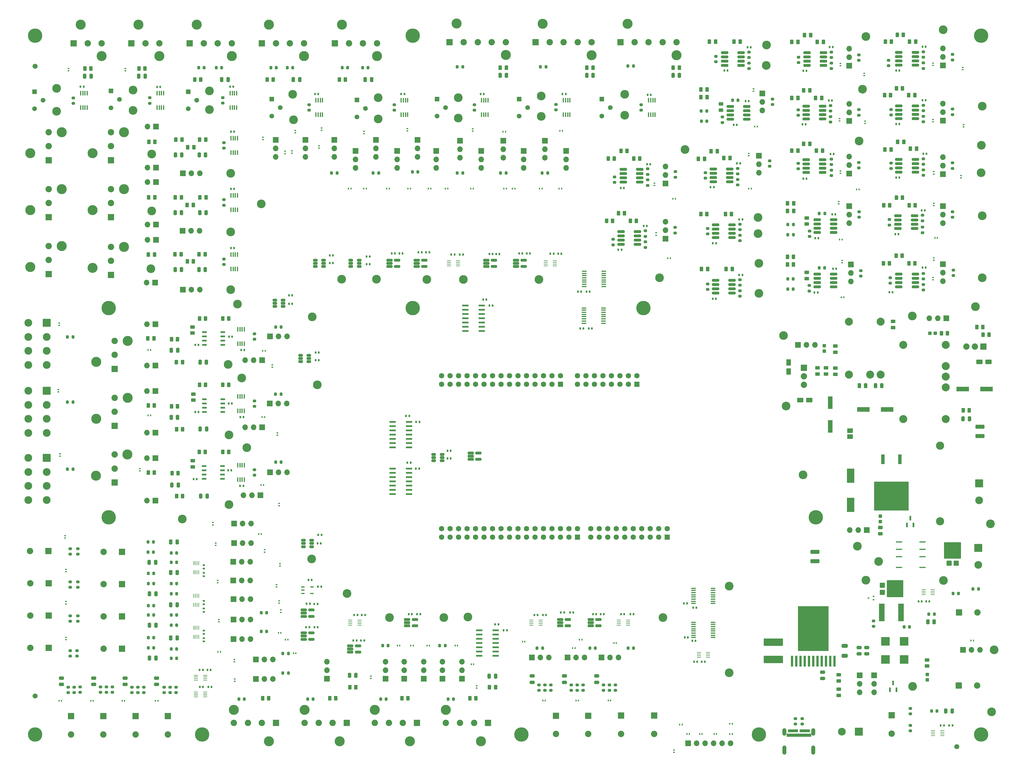
<source format=gbr>
%TF.GenerationSoftware,KiCad,Pcbnew,(6.0.10)*%
%TF.CreationDate,2024-08-19T09:21:52-04:00*%
%TF.ProjectId,ExoFlex_Kicad,45786f46-6c65-4785-9f4b-696361642e6b,rev?*%
%TF.SameCoordinates,Original*%
%TF.FileFunction,Soldermask,Top*%
%TF.FilePolarity,Negative*%
%FSLAX46Y46*%
G04 Gerber Fmt 4.6, Leading zero omitted, Abs format (unit mm)*
G04 Created by KiCad (PCBNEW (6.0.10)) date 2024-08-19 09:21:52*
%MOMM*%
%LPD*%
G01*
G04 APERTURE LIST*
G04 Aperture macros list*
%AMRoundRect*
0 Rectangle with rounded corners*
0 $1 Rounding radius*
0 $2 $3 $4 $5 $6 $7 $8 $9 X,Y pos of 4 corners*
0 Add a 4 corners polygon primitive as box body*
4,1,4,$2,$3,$4,$5,$6,$7,$8,$9,$2,$3,0*
0 Add four circle primitives for the rounded corners*
1,1,$1+$1,$2,$3*
1,1,$1+$1,$4,$5*
1,1,$1+$1,$6,$7*
1,1,$1+$1,$8,$9*
0 Add four rect primitives between the rounded corners*
20,1,$1+$1,$2,$3,$4,$5,0*
20,1,$1+$1,$4,$5,$6,$7,0*
20,1,$1+$1,$6,$7,$8,$9,0*
20,1,$1+$1,$8,$9,$2,$3,0*%
G04 Aperture macros list end*
%ADD10C,0.010000*%
%ADD11RoundRect,0.143300X-0.763700X-0.253700X0.763700X-0.253700X0.763700X0.253700X-0.763700X0.253700X0*%
%ADD12C,2.604000*%
%ADD13R,1.900000X1.900000*%
%ADD14C,1.900000*%
%ADD15C,4.300000*%
%ADD16RoundRect,0.140000X-0.140000X-0.170000X0.140000X-0.170000X0.140000X0.170000X-0.140000X0.170000X0*%
%ADD17R,0.254000X1.168400*%
%ADD18R,1.168400X0.254000*%
%ADD19RoundRect,0.200000X-0.200000X-0.275000X0.200000X-0.275000X0.200000X0.275000X-0.200000X0.275000X0*%
%ADD20RoundRect,0.200000X-0.275000X0.200000X-0.275000X-0.200000X0.275000X-0.200000X0.275000X0.200000X0*%
%ADD21RoundRect,0.250000X-0.450000X0.262500X-0.450000X-0.262500X0.450000X-0.262500X0.450000X0.262500X0*%
%ADD22RoundRect,0.200000X0.275000X-0.200000X0.275000X0.200000X-0.275000X0.200000X-0.275000X-0.200000X0*%
%ADD23RoundRect,0.102000X1.050000X1.050000X-1.050000X1.050000X-1.050000X-1.050000X1.050000X-1.050000X0*%
%ADD24C,2.304000*%
%ADD25RoundRect,0.250000X-0.262500X-0.450000X0.262500X-0.450000X0.262500X0.450000X-0.262500X0.450000X0*%
%ADD26RoundRect,0.200000X0.200000X0.275000X-0.200000X0.275000X-0.200000X-0.275000X0.200000X-0.275000X0*%
%ADD27R,0.300000X0.550000*%
%ADD28RoundRect,0.140000X0.140000X0.170000X-0.140000X0.170000X-0.140000X-0.170000X0.140000X-0.170000X0*%
%ADD29R,0.550000X0.300000*%
%ADD30R,1.700000X1.700000*%
%ADD31O,1.700000X1.700000*%
%ADD32RoundRect,0.250000X0.262500X0.450000X-0.262500X0.450000X-0.262500X-0.450000X0.262500X-0.450000X0*%
%ADD33RoundRect,0.102000X0.400000X-0.400000X0.400000X0.400000X-0.400000X0.400000X-0.400000X-0.400000X0*%
%ADD34RoundRect,0.250000X-0.250000X-0.475000X0.250000X-0.475000X0.250000X0.475000X-0.250000X0.475000X0*%
%ADD35C,2.999999*%
%ADD36R,1.003300X0.406400*%
%ADD37R,0.431800X1.422400*%
%ADD38RoundRect,0.177000X-0.910000X-0.225000X0.910000X-0.225000X0.910000X0.225000X-0.910000X0.225000X0*%
%ADD39C,1.500000*%
%ADD40RoundRect,0.102000X-0.611000X0.611000X-0.611000X-0.611000X0.611000X-0.611000X0.611000X0.611000X0*%
%ADD41C,1.426000*%
%ADD42RoundRect,0.250000X0.450000X-0.262500X0.450000X0.262500X-0.450000X0.262500X-0.450000X-0.262500X0*%
%ADD43R,2.499995X2.560396*%
%ADD44RoundRect,0.250000X0.475000X-0.250000X0.475000X0.250000X-0.475000X0.250000X-0.475000X-0.250000X0*%
%ADD45RoundRect,0.250000X1.075000X-0.375000X1.075000X0.375000X-1.075000X0.375000X-1.075000X-0.375000X0*%
%ADD46RoundRect,0.250000X0.250000X0.475000X-0.250000X0.475000X-0.250000X-0.475000X0.250000X-0.475000X0*%
%ADD47R,1.981200X0.558800*%
%ADD48R,1.473200X0.355600*%
%ADD49C,1.594000*%
%ADD50RoundRect,0.102000X-0.695000X-0.695000X0.695000X-0.695000X0.695000X0.695000X-0.695000X0.695000X0*%
%ADD51R,0.990600X2.997200*%
%ADD52R,10.337800X8.712200*%
%ADD53R,1.460500X0.558800*%
%ADD54RoundRect,0.140000X0.170000X-0.140000X0.170000X0.140000X-0.170000X0.140000X-0.170000X-0.140000X0*%
%ADD55RoundRect,0.102000X-0.400000X-0.400000X0.400000X-0.400000X0.400000X0.400000X-0.400000X0.400000X0*%
%ADD56RoundRect,0.102000X1.000000X-2.050000X1.000000X2.050000X-1.000000X2.050000X-1.000000X-2.050000X0*%
%ADD57R,1.879600X1.879600*%
%ADD58C,1.879600*%
%ADD59R,0.584200X0.355600*%
%ADD60RoundRect,0.255750X0.701250X0.461250X-0.701250X0.461250X-0.701250X-0.461250X0.701250X-0.461250X0*%
%ADD61RoundRect,0.174500X-0.532500X-0.217500X0.532500X-0.217500X0.532500X0.217500X-0.532500X0.217500X0*%
%ADD62RoundRect,0.102000X-0.635000X0.700000X-0.635000X-0.700000X0.635000X-0.700000X0.635000X0.700000X0*%
%ADD63RoundRect,0.102000X-2.360000X2.400000X-2.360000X-2.400000X2.360000X-2.400000X2.360000X2.400000X0*%
%ADD64R,0.800001X3.300001*%
%ADD65R,9.125998X13.370001*%
%ADD66RoundRect,0.250000X-1.075000X0.375000X-1.075000X-0.375000X1.075000X-0.375000X1.075000X0.375000X0*%
%ADD67C,2.388400*%
%ADD68RoundRect,0.102000X2.760000X-1.000000X2.760000X1.000000X-2.760000X1.000000X-2.760000X-1.000000X0*%
%ADD69RoundRect,0.255750X-0.461250X0.701250X-0.461250X-0.701250X0.461250X-0.701250X0.461250X0.701250X0*%
%ADD70RoundRect,0.102000X0.735000X-0.570000X0.735000X0.570000X-0.735000X0.570000X-0.735000X-0.570000X0*%
%ADD71RoundRect,0.255750X-0.701250X-0.461250X0.701250X-0.461250X0.701250X0.461250X-0.701250X0.461250X0*%
%ADD72R,0.558800X1.320800*%
%ADD73RoundRect,0.153250X0.733750X0.153750X-0.733750X0.153750X-0.733750X-0.153750X0.733750X-0.153750X0*%
%ADD74RoundRect,0.250000X-0.475000X0.250000X-0.475000X-0.250000X0.475000X-0.250000X0.475000X0.250000X0*%
%ADD75RoundRect,0.140000X-0.170000X0.140000X-0.170000X-0.140000X0.170000X-0.140000X0.170000X0.140000X0*%
%ADD76R,1.854200X0.355600*%
%ADD77C,2.454000*%
%ADD78RoundRect,0.102000X-0.700000X-0.635000X0.700000X-0.635000X0.700000X0.635000X-0.700000X0.635000X0*%
%ADD79RoundRect,0.102000X-2.400000X-2.360000X2.400000X-2.360000X2.400000X2.360000X-2.400000X2.360000X0*%
%ADD80R,1.320800X3.810000*%
%ADD81RoundRect,0.102000X-1.050000X1.050000X-1.050000X-1.050000X1.050000X-1.050000X1.050000X1.050000X0*%
%ADD82RoundRect,0.250000X0.650000X-0.325000X0.650000X0.325000X-0.650000X0.325000X-0.650000X-0.325000X0*%
%ADD83RoundRect,0.076200X-1.087500X1.087500X-1.087500X-1.087500X1.087500X-1.087500X1.087500X1.087500X0*%
%ADD84C,2.327400*%
%ADD85R,3.810000X1.320800*%
%ADD86O,1.188400X2.252400*%
%ADD87O,1.252400X2.752400*%
%ADD88RoundRect,0.102000X-0.400000X0.400000X-0.400000X-0.400000X0.400000X-0.400000X0.400000X0.400000X0*%
G04 APERTURE END LIST*
%TO.C,J8*%
G36*
X267844500Y-237930500D02*
G01*
X267419500Y-237930500D01*
X267419500Y-237103500D01*
X267844500Y-237103500D01*
X267844500Y-237930500D01*
G37*
D10*
X267844500Y-237930500D02*
X267419500Y-237930500D01*
X267419500Y-237103500D01*
X267844500Y-237103500D01*
X267844500Y-237930500D01*
G36*
X264594500Y-239230500D02*
G01*
X264169500Y-239230500D01*
X264169500Y-238403500D01*
X264594500Y-238403500D01*
X264594500Y-239230500D01*
G37*
X264594500Y-239230500D02*
X264169500Y-239230500D01*
X264169500Y-238403500D01*
X264594500Y-238403500D01*
X264594500Y-239230500D01*
G36*
X264094500Y-239230500D02*
G01*
X263669500Y-239230500D01*
X263669500Y-238403500D01*
X264094500Y-238403500D01*
X264094500Y-239230500D01*
G37*
X264094500Y-239230500D02*
X263669500Y-239230500D01*
X263669500Y-238403500D01*
X264094500Y-238403500D01*
X264094500Y-239230500D01*
G36*
X268094500Y-239230500D02*
G01*
X267669500Y-239230500D01*
X267669500Y-238403500D01*
X268094500Y-238403500D01*
X268094500Y-239230500D01*
G37*
X268094500Y-239230500D02*
X267669500Y-239230500D01*
X267669500Y-238403500D01*
X268094500Y-238403500D01*
X268094500Y-239230500D01*
G36*
X264844500Y-237930500D02*
G01*
X264419500Y-237930500D01*
X264419500Y-237103500D01*
X264844500Y-237103500D01*
X264844500Y-237930500D01*
G37*
X264844500Y-237930500D02*
X264419500Y-237930500D01*
X264419500Y-237103500D01*
X264844500Y-237103500D01*
X264844500Y-237930500D01*
G36*
X267094500Y-239230500D02*
G01*
X266669500Y-239230500D01*
X266669500Y-238403500D01*
X267094500Y-238403500D01*
X267094500Y-239230500D01*
G37*
X267094500Y-239230500D02*
X266669500Y-239230500D01*
X266669500Y-238403500D01*
X267094500Y-238403500D01*
X267094500Y-239230500D01*
G36*
X266594500Y-239230500D02*
G01*
X266169500Y-239230500D01*
X266169500Y-238403500D01*
X266594500Y-238403500D01*
X266594500Y-239230500D01*
G37*
X266594500Y-239230500D02*
X266169500Y-239230500D01*
X266169500Y-238403500D01*
X266594500Y-238403500D01*
X266594500Y-239230500D01*
G36*
X266844500Y-237930500D02*
G01*
X266419500Y-237930500D01*
X266419500Y-237103500D01*
X266844500Y-237103500D01*
X266844500Y-237930500D01*
G37*
X266844500Y-237930500D02*
X266419500Y-237930500D01*
X266419500Y-237103500D01*
X266844500Y-237103500D01*
X266844500Y-237930500D01*
G36*
X263344500Y-237930500D02*
G01*
X262919500Y-237930500D01*
X262919500Y-237103500D01*
X263344500Y-237103500D01*
X263344500Y-237930500D01*
G37*
X263344500Y-237930500D02*
X262919500Y-237930500D01*
X262919500Y-237103500D01*
X263344500Y-237103500D01*
X263344500Y-237930500D01*
G36*
X262844500Y-237930500D02*
G01*
X262419500Y-237930500D01*
X262419500Y-237103500D01*
X262844500Y-237103500D01*
X262844500Y-237930500D01*
G37*
X262844500Y-237930500D02*
X262419500Y-237930500D01*
X262419500Y-237103500D01*
X262844500Y-237103500D01*
X262844500Y-237930500D01*
G36*
X264344500Y-237930500D02*
G01*
X263919500Y-237930500D01*
X263919500Y-237103500D01*
X264344500Y-237103500D01*
X264344500Y-237930500D01*
G37*
X264344500Y-237930500D02*
X263919500Y-237930500D01*
X263919500Y-237103500D01*
X264344500Y-237103500D01*
X264344500Y-237930500D01*
G36*
X265344500Y-237930500D02*
G01*
X264919500Y-237930500D01*
X264919500Y-237103500D01*
X265344500Y-237103500D01*
X265344500Y-237930500D01*
G37*
X265344500Y-237930500D02*
X264919500Y-237930500D01*
X264919500Y-237103500D01*
X265344500Y-237103500D01*
X265344500Y-237930500D01*
G36*
X268844500Y-237930500D02*
G01*
X268419500Y-237930500D01*
X268419500Y-237103500D01*
X268844500Y-237103500D01*
X268844500Y-237930500D01*
G37*
X268844500Y-237930500D02*
X268419500Y-237930500D01*
X268419500Y-237103500D01*
X268844500Y-237103500D01*
X268844500Y-237930500D01*
G36*
X266094500Y-239230500D02*
G01*
X265669500Y-239230500D01*
X265669500Y-238403500D01*
X266094500Y-238403500D01*
X266094500Y-239230500D01*
G37*
X266094500Y-239230500D02*
X265669500Y-239230500D01*
X265669500Y-238403500D01*
X266094500Y-238403500D01*
X266094500Y-239230500D01*
G36*
X263094500Y-239230500D02*
G01*
X261969500Y-239230500D01*
X261969500Y-238403500D01*
X263094500Y-238403500D01*
X263094500Y-239230500D01*
G37*
X263094500Y-239230500D02*
X261969500Y-239230500D01*
X261969500Y-238403500D01*
X263094500Y-238403500D01*
X263094500Y-239230500D01*
G36*
X267594500Y-239230500D02*
G01*
X267169500Y-239230500D01*
X267169500Y-238403500D01*
X267594500Y-238403500D01*
X267594500Y-239230500D01*
G37*
X267594500Y-239230500D02*
X267169500Y-239230500D01*
X267169500Y-238403500D01*
X267594500Y-238403500D01*
X267594500Y-239230500D01*
G36*
X265094500Y-239230500D02*
G01*
X264669500Y-239230500D01*
X264669500Y-238403500D01*
X265094500Y-238403500D01*
X265094500Y-239230500D01*
G37*
X265094500Y-239230500D02*
X264669500Y-239230500D01*
X264669500Y-238403500D01*
X265094500Y-238403500D01*
X265094500Y-239230500D01*
G36*
X263844500Y-237930500D02*
G01*
X263419500Y-237930500D01*
X263419500Y-237103500D01*
X263844500Y-237103500D01*
X263844500Y-237930500D01*
G37*
X263844500Y-237930500D02*
X263419500Y-237930500D01*
X263419500Y-237103500D01*
X263844500Y-237103500D01*
X263844500Y-237930500D01*
G36*
X269294500Y-239230500D02*
G01*
X268169500Y-239230500D01*
X268169500Y-238403500D01*
X269294500Y-238403500D01*
X269294500Y-239230500D01*
G37*
X269294500Y-239230500D02*
X268169500Y-239230500D01*
X268169500Y-238403500D01*
X269294500Y-238403500D01*
X269294500Y-239230500D01*
G36*
X265594500Y-239230500D02*
G01*
X265169500Y-239230500D01*
X265169500Y-238403500D01*
X265594500Y-238403500D01*
X265594500Y-239230500D01*
G37*
X265594500Y-239230500D02*
X265169500Y-239230500D01*
X265169500Y-238403500D01*
X265594500Y-238403500D01*
X265594500Y-239230500D01*
G36*
X267344500Y-237930500D02*
G01*
X266919500Y-237930500D01*
X266919500Y-237103500D01*
X267344500Y-237103500D01*
X267344500Y-237930500D01*
G37*
X267344500Y-237930500D02*
X266919500Y-237930500D01*
X266919500Y-237103500D01*
X267344500Y-237103500D01*
X267344500Y-237930500D01*
G36*
X266344500Y-237930500D02*
G01*
X265919500Y-237930500D01*
X265919500Y-237103500D01*
X266344500Y-237103500D01*
X266344500Y-237930500D01*
G37*
X266344500Y-237930500D02*
X265919500Y-237930500D01*
X265919500Y-237103500D01*
X266344500Y-237103500D01*
X266344500Y-237930500D01*
G36*
X268344500Y-237930500D02*
G01*
X267919500Y-237930500D01*
X267919500Y-237103500D01*
X268344500Y-237103500D01*
X268344500Y-237930500D01*
G37*
X268344500Y-237930500D02*
X267919500Y-237930500D01*
X267919500Y-237103500D01*
X268344500Y-237103500D01*
X268344500Y-237930500D01*
G36*
X263594500Y-239230500D02*
G01*
X263169500Y-239230500D01*
X263169500Y-238403500D01*
X263594500Y-238403500D01*
X263594500Y-239230500D01*
G37*
X263594500Y-239230500D02*
X263169500Y-239230500D01*
X263169500Y-238403500D01*
X263594500Y-238403500D01*
X263594500Y-239230500D01*
%TD*%
D11*
%TO.C,U60*%
X167511000Y-154498000D03*
X167511000Y-155448000D03*
X167511000Y-156398000D03*
X169801000Y-156398000D03*
X169801000Y-154498000D03*
%TD*%
D12*
%TO.C,TP32*%
X323342000Y-231902000D03*
%TD*%
D13*
%TO.C,J4*%
X313524001Y-224028000D03*
D14*
X319024000Y-224028000D03*
%TD*%
D12*
%TO.C,TP117*%
X154432000Y-102600000D03*
%TD*%
D15*
%TO.C,H14*%
X320202000Y-238672000D03*
%TD*%
D16*
%TO.C,C143*%
X212479000Y-202692000D03*
X213439000Y-202692000D03*
%TD*%
D17*
%TO.C,U44*%
X86174001Y-206710800D03*
X85674000Y-206710800D03*
X85174000Y-206710800D03*
X84673999Y-206710800D03*
X84673999Y-209454000D03*
X85174000Y-209454000D03*
X85674000Y-209454000D03*
X86174001Y-209454000D03*
%TD*%
D18*
%TO.C,U47*%
X131492400Y-204478998D03*
X131492400Y-204978999D03*
X131492400Y-205478999D03*
X131492400Y-205979000D03*
X134235600Y-205979000D03*
X134235600Y-205478999D03*
X134235600Y-204978999D03*
X134235600Y-204478998D03*
%TD*%
D19*
%TO.C,R109*%
X77915000Y-202946000D03*
X79565000Y-202946000D03*
%TD*%
D20*
%TO.C,R158*%
X119154000Y-50347000D03*
X119154000Y-51997000D03*
%TD*%
D21*
%TO.C,R89*%
X242336000Y-50109500D03*
X242336000Y-51934500D03*
%TD*%
D22*
%TO.C,R219*%
X248028000Y-107626000D03*
X248028000Y-105976000D03*
%TD*%
D12*
%TO.C,TP113*%
X139828000Y-54610000D03*
%TD*%
D23*
%TO.C,J81*%
X283602000Y-237810501D03*
D24*
X278522000Y-237810501D03*
%TD*%
D25*
%TO.C,R155*%
X84942001Y-42856001D03*
X86767001Y-42856001D03*
%TD*%
D26*
%TO.C,R182*%
X190031000Y-39009000D03*
X188381000Y-39009000D03*
%TD*%
D27*
%TO.C,D60*%
X54564001Y-228600000D03*
X53864001Y-228600000D03*
%TD*%
D28*
%TO.C,C212*%
X86078000Y-142240000D03*
X85118000Y-142240000D03*
%TD*%
D22*
%TO.C,R265*%
X210520000Y-73568000D03*
X210520000Y-71918000D03*
%TD*%
D18*
%TO.C,U3*%
X305709100Y-196838001D03*
X305709100Y-196338000D03*
X305709100Y-195838000D03*
X305709100Y-195337999D03*
X302965900Y-195337999D03*
X302965900Y-195838000D03*
X302965900Y-196338000D03*
X302965900Y-196838001D03*
%TD*%
%TO.C,U51*%
X185679400Y-204481999D03*
X185679400Y-204982000D03*
X185679400Y-205482000D03*
X185679400Y-205982001D03*
X188422600Y-205982001D03*
X188422600Y-205482000D03*
X188422600Y-204982000D03*
X188422600Y-204481999D03*
%TD*%
D16*
%TO.C,C175*%
X120960000Y-47112000D03*
X121920000Y-47112000D03*
%TD*%
D20*
%TO.C,R76*%
X264668000Y-233871000D03*
X264668000Y-235521000D03*
%TD*%
D29*
%TO.C,D158*%
X305816000Y-102712000D03*
X305816000Y-102012000D03*
%TD*%
D18*
%TO.C,U45*%
X85330400Y-220921999D03*
X85330400Y-221422000D03*
X85330400Y-221922000D03*
X85330400Y-222422001D03*
X88073600Y-222422001D03*
X88073600Y-221922000D03*
X88073600Y-221422000D03*
X88073600Y-220921999D03*
%TD*%
D27*
%TO.C,D34*%
X71024000Y-143256000D03*
X71724000Y-143256000D03*
%TD*%
D16*
%TO.C,C162*%
X95786000Y-93222000D03*
X96746000Y-93222000D03*
%TD*%
D27*
%TO.C,D167*%
X188118000Y-75438000D03*
X188818000Y-75438000D03*
%TD*%
D20*
%TO.C,R15*%
X47752000Y-203137000D03*
X47752000Y-204787000D03*
%TD*%
D15*
%TO.C,H6*%
X320202000Y-29672000D03*
%TD*%
D25*
%TO.C,R222*%
X290927500Y-97790000D03*
X292752500Y-97790000D03*
%TD*%
D12*
%TO.C,TP37*%
X72085000Y-65070002D03*
%TD*%
D30*
%TO.C,J7*%
X283852500Y-220980000D03*
D31*
X283852500Y-223520000D03*
X283852500Y-226060000D03*
%TD*%
D16*
%TO.C,C140*%
X125359500Y-95372000D03*
X126319500Y-95372000D03*
%TD*%
D12*
%TO.C,TP3*%
X323000000Y-175700000D03*
%TD*%
D19*
%TO.C,R236*%
X236448000Y-52196500D03*
X238098000Y-52196500D03*
%TD*%
D28*
%TO.C,C186*%
X295720000Y-56134000D03*
X294760000Y-56134000D03*
%TD*%
%TO.C,C184*%
X267720000Y-56228000D03*
X266760000Y-56228000D03*
%TD*%
D30*
%TO.C,J77*%
X73213000Y-135947004D03*
D31*
X70673000Y-135947004D03*
%TD*%
D16*
%TO.C,C127*%
X173120000Y-110400000D03*
X174080000Y-110400000D03*
%TD*%
D28*
%TO.C,C173*%
X267946000Y-40222000D03*
X266986000Y-40222000D03*
%TD*%
D22*
%TO.C,R148*%
X207235001Y-225465002D03*
X207235001Y-223815002D03*
%TD*%
D16*
%TO.C,C83*%
X174830000Y-205736999D03*
X175790000Y-205736999D03*
%TD*%
D28*
%TO.C,C72*%
X200562000Y-106206000D03*
X199602000Y-106206000D03*
%TD*%
D32*
%TO.C,R35*%
X84681500Y-63053498D03*
X82856500Y-63053498D03*
%TD*%
D25*
%TO.C,R229*%
X236377000Y-45791500D03*
X238202000Y-45791500D03*
%TD*%
D33*
%TO.C,D116*%
X304059000Y-222305500D03*
X304059000Y-220705500D03*
%TD*%
D26*
%TO.C,R161*%
X139981000Y-70784000D03*
X138331000Y-70784000D03*
%TD*%
D29*
%TO.C,D155*%
X114046000Y-64866000D03*
X114046000Y-64166000D03*
%TD*%
D33*
%TO.C,D118*%
X273304000Y-123990000D03*
X273304000Y-122390000D03*
%TD*%
D34*
%TO.C,C43*%
X173037999Y-221230999D03*
X174937999Y-221230999D03*
%TD*%
D28*
%TO.C,C185*%
X240212000Y-75015000D03*
X239252000Y-75015000D03*
%TD*%
D29*
%TO.C,D53*%
X285496000Y-55976000D03*
X285496000Y-55276000D03*
%TD*%
D35*
%TO.C,J22*%
X55491001Y-127228005D03*
X64891000Y-120928005D03*
D13*
X61041000Y-129328003D03*
D14*
X61041000Y-125128004D03*
X61041000Y-120928005D03*
%TD*%
D12*
%TO.C,TP110*%
X114300000Y-47244000D03*
%TD*%
D29*
%TO.C,D46*%
X277876000Y-55214000D03*
X277876000Y-54514000D03*
%TD*%
D36*
%TO.C,U10*%
X117349450Y-194563999D03*
X117349450Y-195514000D03*
X117349450Y-196464001D03*
X120054550Y-196464001D03*
X120054550Y-194563999D03*
%TD*%
D35*
%TO.C,J23*%
X55491001Y-144272003D03*
X64891000Y-137972003D03*
D13*
X61041000Y-146372001D03*
D14*
X61041000Y-142172002D03*
X61041000Y-137972003D03*
%TD*%
D27*
%TO.C,D99*%
X306386000Y-90170000D03*
X307086000Y-90170000D03*
%TD*%
D35*
%TO.C,J45*%
X214402000Y-26122001D03*
X229101969Y-35522000D03*
D13*
X212302002Y-31672000D03*
D14*
X216502001Y-31672000D03*
X220702000Y-31672000D03*
X224902000Y-31672000D03*
X229101999Y-31672000D03*
%TD*%
D30*
%TO.C,J100*%
X142036000Y-221977999D03*
D31*
X142036000Y-219437999D03*
X142036000Y-216897999D03*
%TD*%
D35*
%TO.C,J13*%
X45137000Y-58538005D03*
X35737001Y-64838005D03*
D13*
X41287000Y-66938003D03*
D14*
X41287000Y-62738004D03*
X41287000Y-58538005D03*
%TD*%
D22*
%TO.C,R241*%
X242774000Y-55657000D03*
X242774000Y-54007000D03*
%TD*%
D19*
%TO.C,R32*%
X91377000Y-39300001D03*
X93027000Y-39300001D03*
%TD*%
D22*
%TO.C,R121*%
X47102001Y-226123000D03*
X47102001Y-224473000D03*
%TD*%
D29*
%TO.C,D31*%
X68580000Y-159162000D03*
X68580000Y-159862000D03*
%TD*%
D27*
%TO.C,D184*%
X228696000Y-78486000D03*
X227996000Y-78486000D03*
%TD*%
D32*
%TO.C,R224*%
X264088500Y-82068000D03*
X262263500Y-82068000D03*
%TD*%
D27*
%TO.C,D121*%
X104141489Y-178686044D03*
X104841489Y-178686044D03*
%TD*%
D26*
%TO.C,R247*%
X273391000Y-99108000D03*
X271741000Y-99108000D03*
%TD*%
D30*
%TO.C,J120*%
X196052000Y-64180000D03*
D31*
X196052000Y-66720000D03*
X196052000Y-69260000D03*
%TD*%
D30*
%TO.C,J132*%
X225760000Y-90401000D03*
D31*
X225760000Y-87861000D03*
X225760000Y-85321000D03*
%TD*%
D30*
%TO.C,J68*%
X308702000Y-98059000D03*
D31*
X308702000Y-100599000D03*
X308702000Y-103139000D03*
%TD*%
D37*
%TO.C,U86*%
X50841001Y-51193700D03*
X51490999Y-51193700D03*
X52141001Y-51193700D03*
X52790999Y-51193700D03*
X52790999Y-46850300D03*
X52141001Y-46850300D03*
X51490999Y-46850300D03*
X50841001Y-46850300D03*
%TD*%
D32*
%TO.C,R130*%
X174952500Y-224532999D03*
X173127500Y-224532999D03*
%TD*%
D12*
%TO.C,TP62*%
X95250000Y-149098000D03*
%TD*%
D30*
%TO.C,J92*%
X96778000Y-181412000D03*
D31*
X99318000Y-181412000D03*
X101858000Y-181412000D03*
%TD*%
D32*
%TO.C,R58*%
X322580000Y-119126000D03*
X320755000Y-119126000D03*
%TD*%
%TO.C,R227*%
X264080500Y-98092000D03*
X262255500Y-98092000D03*
%TD*%
D28*
%TO.C,C68*%
X149543800Y-157382000D03*
X148583800Y-157382000D03*
%TD*%
D19*
%TO.C,R135*%
X111321000Y-220274000D03*
X112971000Y-220274000D03*
%TD*%
D28*
%TO.C,C129*%
X205057000Y-202692000D03*
X204097000Y-202692000D03*
%TD*%
D16*
%TO.C,C194*%
X274634000Y-49116000D03*
X275594000Y-49116000D03*
%TD*%
D26*
%TO.C,R143*%
X178081000Y-70769000D03*
X176431000Y-70769000D03*
%TD*%
D22*
%TO.C,R72*%
X102870000Y-140525000D03*
X102870000Y-138875000D03*
%TD*%
D19*
%TO.C,R108*%
X77915000Y-193548000D03*
X79565000Y-193548000D03*
%TD*%
D22*
%TO.C,R274*%
X220426000Y-74457000D03*
X220426000Y-72807000D03*
%TD*%
D29*
%TO.C,D126*%
X110236000Y-199390000D03*
X110236000Y-198690000D03*
%TD*%
D30*
%TO.C,J78*%
X73213000Y-148393004D03*
D31*
X70673000Y-148393004D03*
%TD*%
D11*
%TO.C,U82*%
X143196500Y-96840000D03*
X143196500Y-97790000D03*
X143196500Y-98740000D03*
X145486500Y-98740000D03*
X145486500Y-96840000D03*
%TD*%
D21*
%TO.C,R47*%
X273812000Y-129032000D03*
X273812000Y-130857000D03*
%TD*%
D25*
%TO.C,R70*%
X267343500Y-29558000D03*
X269168500Y-29558000D03*
%TD*%
D12*
%TO.C,TP42*%
X71831000Y-99360002D03*
%TD*%
D22*
%TO.C,R259*%
X247352000Y-71014000D03*
X247352000Y-69364000D03*
%TD*%
D19*
%TO.C,R154*%
X214567000Y-212852000D03*
X216217000Y-212852000D03*
%TD*%
D25*
%TO.C,R46*%
X308289500Y-118672000D03*
X310114500Y-118672000D03*
%TD*%
D16*
%TO.C,C207*%
X249730000Y-49248000D03*
X250690000Y-49248000D03*
%TD*%
%TO.C,C205*%
X95786000Y-58424000D03*
X96746000Y-58424000D03*
%TD*%
%TO.C,C148*%
X121094000Y-126758000D03*
X122054000Y-126758000D03*
%TD*%
D32*
%TO.C,R257*%
X245074500Y-66294000D03*
X243249500Y-66294000D03*
%TD*%
D38*
%TO.C,U17*%
X268072000Y-34765000D03*
X268072000Y-36035000D03*
X268072000Y-37305000D03*
X268072000Y-38575000D03*
X273012000Y-38575000D03*
X273012000Y-37305000D03*
X273012000Y-36035000D03*
X273012000Y-34765000D03*
%TD*%
D39*
%TO.C,FID2*%
X37202000Y-227172000D03*
%TD*%
D30*
%TO.C,J74*%
X81444500Y-105661496D03*
D31*
X83984500Y-105661496D03*
X86524500Y-105661496D03*
%TD*%
D40*
%TO.C,RV3*%
X83058000Y-46482000D03*
D41*
X85598000Y-49022000D03*
X83058000Y-51562000D03*
%TD*%
D16*
%TO.C,C182*%
X274888000Y-33114000D03*
X275848000Y-33114000D03*
%TD*%
D19*
%TO.C,R105*%
X71057000Y-193548000D03*
X72707000Y-193548000D03*
%TD*%
D16*
%TO.C,C155*%
X121122000Y-124472000D03*
X122082000Y-124472000D03*
%TD*%
D38*
%TO.C,U37*%
X245130000Y-50895000D03*
X245130000Y-52165000D03*
X245130000Y-53435000D03*
X245130000Y-54705000D03*
X250070000Y-54705000D03*
X250070000Y-53435000D03*
X250070000Y-52165000D03*
X250070000Y-50895000D03*
%TD*%
D21*
%TO.C,R184*%
X290068000Y-176784000D03*
X290068000Y-178609000D03*
%TD*%
D25*
%TO.C,R41*%
X79300500Y-60767498D03*
X81125500Y-60767498D03*
%TD*%
D22*
%TO.C,R75*%
X102870000Y-161099000D03*
X102870000Y-159449000D03*
%TD*%
D27*
%TO.C,D134*%
X145587452Y-212090000D03*
X146287452Y-212090000D03*
%TD*%
D25*
%TO.C,R214*%
X243917000Y-99435000D03*
X245742000Y-99435000D03*
%TD*%
D34*
%TO.C,C28*%
X78125000Y-164084002D03*
X80025000Y-164084002D03*
%TD*%
D42*
%TO.C,R185*%
X304038000Y-218170000D03*
X304038000Y-216345000D03*
%TD*%
D43*
%TO.C,C16*%
X291592000Y-216175895D03*
X291592000Y-210831507D03*
%TD*%
D16*
%TO.C,C211*%
X275650000Y-83088000D03*
X276610000Y-83088000D03*
%TD*%
D22*
%TO.C,R192*%
X302860000Y-68135000D03*
X302860000Y-66485000D03*
%TD*%
D44*
%TO.C,C40*%
X64120001Y-223708000D03*
X64120001Y-221808000D03*
%TD*%
D25*
%TO.C,R256*%
X294835500Y-78112000D03*
X296660500Y-78112000D03*
%TD*%
%TO.C,R205*%
X93321500Y-154178000D03*
X95146500Y-154178000D03*
%TD*%
D27*
%TO.C,D138*%
X112785750Y-210287191D03*
X112085750Y-210287191D03*
%TD*%
D37*
%TO.C,U85*%
X73701001Y-51193700D03*
X74350999Y-51193700D03*
X75001001Y-51193700D03*
X75650999Y-51193700D03*
X75650999Y-46850300D03*
X75001001Y-46850300D03*
X74350999Y-46850300D03*
X73701001Y-46850300D03*
%TD*%
D27*
%TO.C,D37*%
X71024000Y-123698000D03*
X71724000Y-123698000D03*
%TD*%
D16*
%TO.C,C122*%
X206383000Y-202696000D03*
X207343000Y-202696000D03*
%TD*%
D30*
%TO.C,J127*%
X164896000Y-221977999D03*
D31*
X164896000Y-219437999D03*
X164896000Y-216897999D03*
%TD*%
D16*
%TO.C,C121*%
X88762000Y-219386000D03*
X89722000Y-219386000D03*
%TD*%
D29*
%TO.C,D106*%
X47244000Y-39528000D03*
X47244000Y-40228000D03*
%TD*%
D30*
%TO.C,J111*%
X118074000Y-60863000D03*
D31*
X118074000Y-63403000D03*
X118074000Y-65943000D03*
%TD*%
D27*
%TO.C,D10*%
X317150000Y-210566000D03*
X317850000Y-210566000D03*
%TD*%
D16*
%TO.C,C164*%
X275896000Y-99362000D03*
X276856000Y-99362000D03*
%TD*%
D28*
%TO.C,C135*%
X87436000Y-224390000D03*
X86476000Y-224390000D03*
%TD*%
D25*
%TO.C,R114*%
X105259500Y-227838000D03*
X107084500Y-227838000D03*
%TD*%
%TO.C,R66*%
X71050500Y-160306004D03*
X72875500Y-160306004D03*
%TD*%
D45*
%TO.C,L2*%
X319800000Y-149400000D03*
X319800000Y-146600000D03*
%TD*%
D42*
%TO.C,R7*%
X293878000Y-116990500D03*
X293878000Y-115165500D03*
%TD*%
D27*
%TO.C,D76*%
X104806000Y-164084000D03*
X105506000Y-164084000D03*
%TD*%
D32*
%TO.C,R209*%
X238376000Y-99435000D03*
X236551000Y-99435000D03*
%TD*%
D22*
%TO.C,R264*%
X311602000Y-83997000D03*
X311602000Y-82347000D03*
%TD*%
D28*
%TO.C,C126*%
X182921500Y-94772000D03*
X181961500Y-94772000D03*
%TD*%
D22*
%TO.C,R29*%
X191487001Y-225465002D03*
X191487001Y-223815002D03*
%TD*%
D25*
%TO.C,R179*%
X267089500Y-62070000D03*
X268914500Y-62070000D03*
%TD*%
D22*
%TO.C,R85*%
X302860000Y-39496000D03*
X302860000Y-37846000D03*
%TD*%
D27*
%TO.C,D105*%
X250698000Y-75438000D03*
X251398000Y-75438000D03*
%TD*%
%TO.C,D145*%
X210374000Y-211328000D03*
X211074000Y-211328000D03*
%TD*%
D29*
%TO.C,D98*%
X250698000Y-65628000D03*
X250698000Y-64928000D03*
%TD*%
D27*
%TO.C,D139*%
X114501656Y-214376000D03*
X115201656Y-214376000D03*
%TD*%
D16*
%TO.C,C201*%
X250316000Y-33144000D03*
X251276000Y-33144000D03*
%TD*%
%TO.C,C71*%
X146165500Y-94772000D03*
X147125500Y-94772000D03*
%TD*%
D42*
%TO.C,R55*%
X277622000Y-222654500D03*
X277622000Y-220829500D03*
%TD*%
D46*
%TO.C,C46*%
X229930500Y-41549000D03*
X228030500Y-41549000D03*
%TD*%
D30*
%TO.C,J105*%
X196464000Y-215646000D03*
D31*
X199004000Y-215646000D03*
X201544000Y-215646000D03*
%TD*%
D28*
%TO.C,C59*%
X198186450Y-202130550D03*
X197226450Y-202130550D03*
%TD*%
D30*
%TO.C,J106*%
X206609000Y-215646000D03*
D31*
X209149000Y-215646000D03*
X211689000Y-215646000D03*
%TD*%
D19*
%TO.C,R107*%
X77915000Y-184404000D03*
X79565000Y-184404000D03*
%TD*%
D25*
%TO.C,R251*%
X291025500Y-80398000D03*
X292850500Y-80398000D03*
%TD*%
D30*
%TO.C,J67*%
X308702000Y-71105000D03*
D31*
X308702000Y-68565000D03*
X308702000Y-66025000D03*
%TD*%
D12*
%TO.C,TP96*%
X188582000Y-47752000D03*
%TD*%
D27*
%TO.C,D89*%
X277876000Y-90678000D03*
X278576000Y-90678000D03*
%TD*%
D29*
%TO.C,D123*%
X110490000Y-188310000D03*
X110490000Y-187610000D03*
%TD*%
D17*
%TO.C,U42*%
X86170001Y-197160400D03*
X85670000Y-197160400D03*
X85170000Y-197160400D03*
X84669999Y-197160400D03*
X84669999Y-199903600D03*
X85170000Y-199903600D03*
X85670000Y-199903600D03*
X86170001Y-199903600D03*
%TD*%
D16*
%TO.C,C163*%
X219254000Y-86606000D03*
X220214000Y-86606000D03*
%TD*%
%TO.C,C187*%
X170488000Y-47112000D03*
X171448000Y-47112000D03*
%TD*%
D25*
%TO.C,R213*%
X243689500Y-83058000D03*
X245514500Y-83058000D03*
%TD*%
D16*
%TO.C,C206*%
X275142000Y-65118000D03*
X276102000Y-65118000D03*
%TD*%
D19*
%TO.C,R104*%
X70994000Y-184150000D03*
X72644000Y-184150000D03*
%TD*%
D12*
%TO.C,TP11*%
X253702000Y-97769000D03*
%TD*%
D13*
%TO.C,J35*%
X48000000Y-233172000D03*
D14*
X48000000Y-238671999D03*
%TD*%
D34*
%TO.C,C50*%
X93032501Y-42856001D03*
X94932501Y-42856001D03*
%TD*%
%TO.C,C35*%
X309600000Y-231600000D03*
X311500000Y-231600000D03*
%TD*%
D12*
%TO.C,TP68*%
X120142000Y-113800000D03*
%TD*%
D22*
%TO.C,R217*%
X248028000Y-91014000D03*
X248028000Y-89364000D03*
%TD*%
D28*
%TO.C,C216*%
X85570000Y-162302000D03*
X84610000Y-162302000D03*
%TD*%
%TO.C,C203*%
X295466000Y-89034000D03*
X294506000Y-89034000D03*
%TD*%
D22*
%TO.C,R239*%
X302860000Y-102425000D03*
X302860000Y-100775000D03*
%TD*%
D39*
%TO.C,FID3*%
X37202000Y-38872000D03*
%TD*%
D27*
%TO.C,D169*%
X179990000Y-75438000D03*
X180690000Y-75438000D03*
%TD*%
D22*
%TO.C,R92*%
X293208000Y-53403000D03*
X293208000Y-51753000D03*
%TD*%
D30*
%TO.C,J64*%
X73335000Y-90749002D03*
D31*
X70795000Y-90749002D03*
%TD*%
D47*
%TO.C,U55*%
X170052200Y-207514999D03*
X170052200Y-208784999D03*
X170052200Y-210054999D03*
X170052200Y-211324999D03*
X170052200Y-212594999D03*
X170052200Y-213864999D03*
X170052200Y-215134999D03*
X174979800Y-215134999D03*
X174979800Y-213864999D03*
X174979800Y-212594999D03*
X174979800Y-211324999D03*
X174979800Y-210054999D03*
X174979800Y-208784999D03*
X174979800Y-207514999D03*
%TD*%
D38*
%TO.C,U31*%
X295564000Y-66675000D03*
X295564000Y-67945000D03*
X295564000Y-69215000D03*
X295564000Y-70485000D03*
X300504000Y-70485000D03*
X300504000Y-69215000D03*
X300504000Y-67945000D03*
X300504000Y-66675000D03*
%TD*%
D19*
%TO.C,R136*%
X141148000Y-212086999D03*
X142798000Y-212086999D03*
%TD*%
D29*
%TO.C,D82*%
X277622000Y-80010000D03*
X277622000Y-79310000D03*
%TD*%
%TO.C,D183*%
X223012000Y-89346000D03*
X223012000Y-88646000D03*
%TD*%
D48*
%TO.C,U122*%
X207221000Y-115674999D03*
X207221000Y-115025001D03*
X207221000Y-114374999D03*
X207221000Y-113725001D03*
X207221000Y-113075002D03*
X207221000Y-112425001D03*
X207221000Y-111775002D03*
X207221000Y-111125001D03*
X201379000Y-111125001D03*
X201379000Y-111774999D03*
X201379000Y-112425001D03*
X201379000Y-113074999D03*
X201379000Y-113724998D03*
X201379000Y-114374999D03*
X201379000Y-115024998D03*
X201379000Y-115674999D03*
%TD*%
D20*
%TO.C,R12*%
X47752000Y-192977000D03*
X47752000Y-194627000D03*
%TD*%
D30*
%TO.C,J57*%
X232542000Y-241300000D03*
D31*
X235082000Y-241300000D03*
X237622000Y-241300000D03*
X240162000Y-241300000D03*
X242702000Y-241300000D03*
X245242000Y-241300000D03*
%TD*%
D37*
%TO.C,U67*%
X170727001Y-53343700D03*
X171376999Y-53343700D03*
X172027001Y-53343700D03*
X172676999Y-53343700D03*
X172676999Y-49000300D03*
X172027001Y-49000300D03*
X171376999Y-49000300D03*
X170727001Y-49000300D03*
%TD*%
D42*
%TO.C,R73*%
X271272000Y-130857000D03*
X271272000Y-129032000D03*
%TD*%
D44*
%TO.C,C38*%
X45070001Y-223708000D03*
X45070001Y-221808000D03*
%TD*%
D19*
%TO.C,R132*%
X158229000Y-212086999D03*
X159879000Y-212086999D03*
%TD*%
D30*
%TO.C,J124*%
X124510000Y-221992999D03*
D31*
X124510000Y-219452999D03*
X124510000Y-216912999D03*
%TD*%
D16*
%TO.C,C172*%
X95120000Y-139700000D03*
X96080000Y-139700000D03*
%TD*%
D12*
%TO.C,TP41*%
X95682000Y-105654000D03*
%TD*%
D19*
%TO.C,R25*%
X98149001Y-228088999D03*
X99799001Y-228088999D03*
%TD*%
D30*
%TO.C,J110*%
X109184000Y-60878000D03*
D31*
X109184000Y-63418000D03*
X109184000Y-65958000D03*
%TD*%
D25*
%TO.C,R44*%
X86262000Y-95057498D03*
X88087000Y-95057498D03*
%TD*%
D49*
%TO.C,J10*%
X194346500Y-131372000D03*
D50*
X194346500Y-133912000D03*
D49*
X191806500Y-131372000D03*
X191806500Y-133912000D03*
X189266500Y-131372000D03*
X189266500Y-133912000D03*
X186726500Y-131372000D03*
X186726500Y-133912000D03*
X184186500Y-131372000D03*
X184186500Y-133912000D03*
X181646500Y-131372000D03*
X181646500Y-133912000D03*
X179106500Y-131372000D03*
X179106500Y-133912000D03*
X176566500Y-131372000D03*
X176566500Y-133912000D03*
X174026500Y-131372000D03*
X174026500Y-133912000D03*
X171486500Y-131372000D03*
X171486500Y-133912000D03*
X168946500Y-131372000D03*
X168946500Y-133912000D03*
X166406500Y-131372000D03*
X166406500Y-133912000D03*
X163866500Y-131372000D03*
X163866500Y-133912000D03*
X161326500Y-131372000D03*
X161326500Y-133912000D03*
X158786500Y-131372000D03*
X158786500Y-133912000D03*
%TD*%
D51*
%TO.C,U2*%
X295910000Y-156337000D03*
X290830000Y-156337000D03*
D52*
X293370000Y-167347900D03*
%TD*%
D28*
%TO.C,C176*%
X99512000Y-164334000D03*
X98552000Y-164334000D03*
%TD*%
D38*
%TO.C,U57*%
X212438000Y-88257000D03*
X212438000Y-89527000D03*
X212438000Y-90797000D03*
X212438000Y-92067000D03*
X217378000Y-92067000D03*
X217378000Y-90797000D03*
X217378000Y-89527000D03*
X217378000Y-88257000D03*
%TD*%
D25*
%TO.C,R181*%
X298495000Y-47498000D03*
X300320000Y-47498000D03*
%TD*%
D22*
%TO.C,R276*%
X219734000Y-93019000D03*
X219734000Y-91369000D03*
%TD*%
D27*
%TO.C,D62*%
X73922001Y-228600000D03*
X73222001Y-228600000D03*
%TD*%
D29*
%TO.C,D147*%
X122936000Y-57308000D03*
X122936000Y-58008000D03*
%TD*%
D53*
%TO.C,U27*%
X87780850Y-158369002D03*
X87780850Y-159639002D03*
X87780850Y-160909002D03*
X87780850Y-162179002D03*
X93229150Y-162179002D03*
X93229150Y-160909002D03*
X93229150Y-159639002D03*
X93229150Y-158369002D03*
%TD*%
D12*
%TO.C,TP17*%
X266954000Y-161036000D03*
%TD*%
D25*
%TO.C,R38*%
X71223500Y-61468000D03*
X73048500Y-61468000D03*
%TD*%
D35*
%TO.C,J20*%
X54394001Y-81856005D03*
X63794000Y-75556005D03*
D13*
X59944000Y-83956003D03*
D14*
X59944000Y-79756004D03*
X59944000Y-75556005D03*
%TD*%
D28*
%TO.C,C81*%
X119944000Y-192466000D03*
X118984000Y-192466000D03*
%TD*%
D54*
%TO.C,C89*%
X87710000Y-201958400D03*
X87710000Y-200998400D03*
%TD*%
D19*
%TO.C,R33*%
X112650000Y-39300001D03*
X114300000Y-39300001D03*
%TD*%
D13*
%TO.C,J27*%
X41255000Y-193418002D03*
D14*
X35755001Y-193418002D03*
%TD*%
D12*
%TO.C,TP20*%
X244856000Y-220218000D03*
%TD*%
%TO.C,TP18*%
X104902000Y-80010000D03*
%TD*%
D27*
%TO.C,D166*%
X159924000Y-75438000D03*
X160624000Y-75438000D03*
%TD*%
D30*
%TO.C,J93*%
X96524000Y-192588000D03*
D31*
X99064000Y-192588000D03*
X101604000Y-192588000D03*
%TD*%
D30*
%TO.C,J73*%
X81344500Y-88061496D03*
D31*
X83884500Y-88061496D03*
X86424500Y-88061496D03*
%TD*%
D26*
%TO.C,R163*%
X151701000Y-70452000D03*
X150051000Y-70452000D03*
%TD*%
D34*
%TO.C,C52*%
X135946001Y-42856001D03*
X137846001Y-42856001D03*
%TD*%
D25*
%TO.C,R137*%
X176355500Y-39263000D03*
X178180500Y-39263000D03*
%TD*%
D12*
%TO.C,TP60*%
X99060000Y-132080000D03*
%TD*%
D28*
%TO.C,C82*%
X119242000Y-206568000D03*
X118282000Y-206568000D03*
%TD*%
D30*
%TO.C,J119*%
X183352000Y-64180000D03*
D31*
X183352000Y-66720000D03*
X183352000Y-69260000D03*
%TD*%
D16*
%TO.C,C199*%
X220446000Y-47358000D03*
X221406000Y-47358000D03*
%TD*%
D20*
%TO.C,R167*%
X48609500Y-48300500D03*
X48609500Y-49950500D03*
%TD*%
D38*
%TO.C,U41*%
X295310000Y-83573000D03*
X295310000Y-84843000D03*
X295310000Y-86113000D03*
X295310000Y-87383000D03*
X300250000Y-87383000D03*
X300250000Y-86113000D03*
X300250000Y-84843000D03*
X300250000Y-83573000D03*
%TD*%
D27*
%TO.C,D85*%
X189805001Y-228450002D03*
X189105001Y-228450002D03*
%TD*%
D22*
%TO.C,R253*%
X283702000Y-83972000D03*
X283702000Y-82322000D03*
%TD*%
D30*
%TO.C,J95*%
X103286000Y-216210000D03*
D31*
X105826000Y-216210000D03*
X108366000Y-216210000D03*
%TD*%
D16*
%TO.C,C144*%
X236620000Y-216920000D03*
X237580000Y-216920000D03*
%TD*%
D38*
%TO.C,U33*%
X240732000Y-86252000D03*
X240732000Y-87522000D03*
X240732000Y-88792000D03*
X240732000Y-90062000D03*
X245672000Y-90062000D03*
X245672000Y-88792000D03*
X245672000Y-87522000D03*
X245672000Y-86252000D03*
%TD*%
D25*
%TO.C,R36*%
X82706000Y-80325498D03*
X84531000Y-80325498D03*
%TD*%
D15*
%TO.C,H12*%
X59202000Y-173672000D03*
%TD*%
D19*
%TO.C,R34*%
X135171001Y-39300001D03*
X136821001Y-39300001D03*
%TD*%
D37*
%TO.C,U30*%
X99780999Y-158102300D03*
X99131001Y-158102300D03*
X98480999Y-158102300D03*
X97831001Y-158102300D03*
X97831001Y-162445700D03*
X98480999Y-162445700D03*
X99131001Y-162445700D03*
X99780999Y-162445700D03*
%TD*%
D55*
%TO.C,D117*%
X304846000Y-118672000D03*
X306446000Y-118672000D03*
%TD*%
D56*
%TO.C,C2*%
X281178000Y-169958000D03*
X281178000Y-161258000D03*
%TD*%
D26*
%TO.C,R183*%
X216193000Y-38755000D03*
X214543000Y-38755000D03*
%TD*%
D35*
%TO.C,J54*%
X74409999Y-35813001D03*
X68109999Y-26413002D03*
D13*
X66010001Y-31963001D03*
D14*
X70210000Y-31963001D03*
X74409999Y-31963001D03*
%TD*%
D25*
%TO.C,R42*%
X86516000Y-78039498D03*
X88341000Y-78039498D03*
%TD*%
D20*
%TO.C,R88*%
X283602000Y-35411000D03*
X283602000Y-37061000D03*
%TD*%
D25*
%TO.C,R168*%
X167235500Y-227838000D03*
X169060500Y-227838000D03*
%TD*%
D13*
%TO.C,J47*%
X202663001Y-233022002D03*
D14*
X202663001Y-238522001D03*
%TD*%
D37*
%TO.C,U81*%
X146727001Y-53343700D03*
X147376999Y-53343700D03*
X148027001Y-53343700D03*
X148676999Y-53343700D03*
X148676999Y-49000300D03*
X148027001Y-49000300D03*
X147376999Y-49000300D03*
X146727001Y-49000300D03*
%TD*%
D44*
%TO.C,C47*%
X185899001Y-223050002D03*
X185899001Y-221150002D03*
%TD*%
D25*
%TO.C,R231*%
X294737500Y-95504000D03*
X296562500Y-95504000D03*
%TD*%
D46*
%TO.C,C26*%
X88661000Y-167386000D03*
X86761000Y-167386000D03*
%TD*%
D15*
%TO.C,H11*%
X150202000Y-29672000D03*
%TD*%
%TO.C,H4*%
X37202000Y-29672000D03*
%TD*%
D20*
%TO.C,R54*%
X93726000Y-78758000D03*
X93726000Y-80408000D03*
%TD*%
D12*
%TO.C,TP5*%
X285700000Y-192500000D03*
%TD*%
D25*
%TO.C,R64*%
X78004500Y-140562002D03*
X79829500Y-140562002D03*
%TD*%
D57*
%TO.C,U124*%
X320814900Y-122664000D03*
D58*
X318274900Y-122664000D03*
X315734900Y-122664000D03*
%TD*%
D25*
%TO.C,R212*%
X246292500Y-31496000D03*
X248117500Y-31496000D03*
%TD*%
D30*
%TO.C,J131*%
X225760000Y-73886000D03*
D31*
X225760000Y-71346000D03*
X225760000Y-68806000D03*
%TD*%
D12*
%TO.C,TP84*%
X119900000Y-186200000D03*
%TD*%
D22*
%TO.C,R124*%
X75804001Y-226123000D03*
X75804001Y-224473000D03*
%TD*%
D13*
%TO.C,J48*%
X212451000Y-232970001D03*
D14*
X212451000Y-238470000D03*
%TD*%
D19*
%TO.C,R102*%
X77915000Y-196596000D03*
X79565000Y-196596000D03*
%TD*%
D25*
%TO.C,R200*%
X86386500Y-114300000D03*
X88211500Y-114300000D03*
%TD*%
D30*
%TO.C,J86*%
X104633000Y-167132000D03*
D31*
X102093000Y-167132000D03*
X99553000Y-167132000D03*
%TD*%
D46*
%TO.C,C31*%
X73340000Y-205994000D03*
X71440000Y-205994000D03*
%TD*%
D29*
%TO.C,D111*%
X44450000Y-116332000D03*
X44450000Y-115632000D03*
%TD*%
D25*
%TO.C,R157*%
X128225501Y-42856001D03*
X130050501Y-42856001D03*
%TD*%
%TO.C,R165*%
X68281501Y-39554001D03*
X70106501Y-39554001D03*
%TD*%
D22*
%TO.C,R84*%
X302860000Y-36131000D03*
X302860000Y-34481000D03*
%TD*%
D27*
%TO.C,D164*%
X194914000Y-58166000D03*
X194214000Y-58166000D03*
%TD*%
D19*
%TO.C,R116*%
X77915000Y-215900000D03*
X79565000Y-215900000D03*
%TD*%
D12*
%TO.C,TP112*%
X139828000Y-48260000D03*
%TD*%
D29*
%TO.C,D136*%
X110689358Y-201432116D03*
X110689358Y-202132116D03*
%TD*%
D15*
%TO.C,H7*%
X150202000Y-111172000D03*
%TD*%
D29*
%TO.C,D65*%
X314198000Y-72232000D03*
X314198000Y-71532000D03*
%TD*%
D16*
%TO.C,C181*%
X146714000Y-47112000D03*
X147674000Y-47112000D03*
%TD*%
%TO.C,C73*%
X121842000Y-194498000D03*
X122802000Y-194498000D03*
%TD*%
D38*
%TO.C,U39*%
X271112000Y-101013000D03*
X271112000Y-102283000D03*
X271112000Y-103553000D03*
X271112000Y-104823000D03*
X276052000Y-104823000D03*
X276052000Y-103553000D03*
X276052000Y-102283000D03*
X276052000Y-101013000D03*
%TD*%
D22*
%TO.C,R221*%
X250726000Y-39557000D03*
X250726000Y-37907000D03*
%TD*%
D30*
%TO.C,J94*%
X96539000Y-198176000D03*
D31*
X99079000Y-198176000D03*
X101619000Y-198176000D03*
%TD*%
D28*
%TO.C,C158*%
X149112000Y-143412000D03*
X148152000Y-143412000D03*
%TD*%
D30*
%TO.C,J5*%
X309727000Y-114172000D03*
D31*
X307187000Y-114172000D03*
X304647000Y-114172000D03*
%TD*%
D27*
%TO.C,D141*%
X198024000Y-212852000D03*
X198724000Y-212852000D03*
%TD*%
D12*
%TO.C,TP2*%
X283200500Y-182372000D03*
%TD*%
D30*
%TO.C,J125*%
X147624000Y-221977999D03*
D31*
X147624000Y-219437999D03*
X147624000Y-216897999D03*
%TD*%
D12*
%TO.C,TP13*%
X253492000Y-84074000D03*
%TD*%
D35*
%TO.C,J19*%
X54394001Y-64838005D03*
X63794000Y-58538005D03*
D13*
X59944000Y-66938003D03*
D14*
X59944000Y-62738004D03*
X59944000Y-58538005D03*
%TD*%
D27*
%TO.C,D156*%
X245014000Y-238506000D03*
X245714000Y-238506000D03*
%TD*%
D25*
%TO.C,R201*%
X86386500Y-134112000D03*
X88211500Y-134112000D03*
%TD*%
D40*
%TO.C,RV6*%
X37084000Y-46482000D03*
D41*
X39624000Y-49022000D03*
X37084000Y-51562000D03*
%TD*%
D27*
%TO.C,D135*%
X162880000Y-212090000D03*
X163580000Y-212090000D03*
%TD*%
D16*
%TO.C,C151*%
X151200000Y-145190000D03*
X152160000Y-145190000D03*
%TD*%
D46*
%TO.C,C7*%
X285644000Y-134366000D03*
X283744000Y-134366000D03*
%TD*%
D29*
%TO.C,D154*%
X112014000Y-64962000D03*
X112014000Y-64262000D03*
%TD*%
D59*
%TO.C,Q1*%
X288036000Y-198365999D03*
X288036000Y-197366001D03*
X286512000Y-197866000D03*
%TD*%
D60*
%TO.C,C11*%
X268812000Y-138684000D03*
X266112000Y-138684000D03*
%TD*%
D12*
%TO.C,TP124*%
X139300000Y-102500000D03*
%TD*%
D16*
%TO.C,C55*%
X136359500Y-98058000D03*
X137319500Y-98058000D03*
%TD*%
D61*
%TO.C,U32*%
X108890000Y-108750000D03*
X108890000Y-109700000D03*
X108890000Y-110650000D03*
X111400000Y-110650000D03*
X111400000Y-109700000D03*
X111400000Y-108750000D03*
%TD*%
D25*
%TO.C,R180*%
X295193000Y-61468000D03*
X297018000Y-61468000D03*
%TD*%
D30*
%TO.C,J90*%
X96524000Y-187000000D03*
D31*
X99064000Y-187000000D03*
X101604000Y-187000000D03*
%TD*%
D29*
%TO.C,D152*%
X105410000Y-60802000D03*
X105410000Y-60102000D03*
%TD*%
%TO.C,D146*%
X135636000Y-58324000D03*
X135636000Y-59024000D03*
%TD*%
D62*
%TO.C,D1*%
X290626500Y-196112000D03*
X290626500Y-194032000D03*
D63*
X294431500Y-195072000D03*
%TD*%
D27*
%TO.C,D178*%
X167690000Y-217678000D03*
X168390000Y-217678000D03*
%TD*%
D13*
%TO.C,J26*%
X63194000Y-184020000D03*
D14*
X57694001Y-184020000D03*
%TD*%
D46*
%TO.C,C54*%
X70144001Y-41840001D03*
X68244001Y-41840001D03*
%TD*%
D30*
%TO.C,J96*%
X159054000Y-221977999D03*
D31*
X159054000Y-219437999D03*
X159054000Y-216897999D03*
%TD*%
D38*
%TO.C,U38*%
X271120000Y-84735000D03*
X271120000Y-86005000D03*
X271120000Y-87275000D03*
X271120000Y-88545000D03*
X276060000Y-88545000D03*
X276060000Y-87275000D03*
X276060000Y-86005000D03*
X276060000Y-84735000D03*
%TD*%
D32*
%TO.C,R258*%
X300470500Y-80398000D03*
X298645500Y-80398000D03*
%TD*%
D16*
%TO.C,C67*%
X194460450Y-202138550D03*
X195420450Y-202138550D03*
%TD*%
D25*
%TO.C,R78*%
X267089500Y-46068000D03*
X268914500Y-46068000D03*
%TD*%
D20*
%TO.C,R142*%
X218466000Y-50347000D03*
X218466000Y-51997000D03*
%TD*%
D32*
%TO.C,R5*%
X316634500Y-141732000D03*
X314809500Y-141732000D03*
%TD*%
D16*
%TO.C,C161*%
X50800000Y-44954000D03*
X51760000Y-44954000D03*
%TD*%
D19*
%TO.C,R27*%
X140567001Y-228088999D03*
X142217001Y-228088999D03*
%TD*%
D30*
%TO.C,J58*%
X280702000Y-55197000D03*
D31*
X280702000Y-52657000D03*
X280702000Y-50117000D03*
%TD*%
D29*
%TO.C,D58*%
X306070000Y-71058000D03*
X306070000Y-70358000D03*
%TD*%
D28*
%TO.C,C128*%
X87408000Y-219386000D03*
X86448000Y-219386000D03*
%TD*%
D37*
%TO.C,U22*%
X95799001Y-99453700D03*
X96448999Y-99453700D03*
X97099001Y-99453700D03*
X97748999Y-99453700D03*
X97748999Y-95110300D03*
X97099001Y-95110300D03*
X96448999Y-95110300D03*
X95799001Y-95110300D03*
%TD*%
D64*
%TO.C,U6*%
X263652000Y-216759998D03*
X264922000Y-216759998D03*
X266192000Y-216759998D03*
X267462000Y-216759998D03*
X268732000Y-216759998D03*
X270002000Y-216759998D03*
X271272000Y-216759998D03*
X272542000Y-216759998D03*
X273812000Y-216759998D03*
X275082000Y-216759998D03*
X276352000Y-216759998D03*
D65*
X270002000Y-207010000D03*
%TD*%
D20*
%TO.C,R17*%
X47752000Y-213551000D03*
X47752000Y-215201000D03*
%TD*%
D28*
%TO.C,C179*%
X295720000Y-40132000D03*
X294760000Y-40132000D03*
%TD*%
D46*
%TO.C,C45*%
X204126000Y-41549000D03*
X202226000Y-41549000D03*
%TD*%
%TO.C,C21*%
X81012500Y-82611498D03*
X79112500Y-82611498D03*
%TD*%
D66*
%TO.C,L1*%
X270510000Y-184020000D03*
X270510000Y-186820000D03*
%TD*%
D29*
%TO.C,D63*%
X314960000Y-56992000D03*
X314960000Y-56292000D03*
%TD*%
D11*
%TO.C,U71*%
X181042500Y-96840000D03*
X181042500Y-97790000D03*
X181042500Y-98740000D03*
X183332500Y-98740000D03*
X183332500Y-96840000D03*
%TD*%
D25*
%TO.C,R202*%
X86290500Y-154178000D03*
X88115500Y-154178000D03*
%TD*%
D22*
%TO.C,R263*%
X256902000Y-68728000D03*
X256902000Y-67078000D03*
%TD*%
D28*
%TO.C,C192*%
X247114000Y-56356000D03*
X246154000Y-56356000D03*
%TD*%
D12*
%TO.C,TP107*%
X225044000Y-203708000D03*
%TD*%
D46*
%TO.C,C27*%
X79829000Y-143864002D03*
X77929000Y-143864002D03*
%TD*%
D16*
%TO.C,C169*%
X95532000Y-44962000D03*
X96492000Y-44962000D03*
%TD*%
D29*
%TO.C,D45*%
X305816000Y-38608000D03*
X305816000Y-37908000D03*
%TD*%
D21*
%TO.C,R281*%
X276606000Y-122531500D03*
X276606000Y-124356500D03*
%TD*%
D32*
%TO.C,R203*%
X95146500Y-114300000D03*
X93321500Y-114300000D03*
%TD*%
D15*
%TO.C,H5*%
X182702000Y-238672000D03*
%TD*%
D25*
%TO.C,R139*%
X228068000Y-39263000D03*
X229893000Y-39263000D03*
%TD*%
D28*
%TO.C,C111*%
X174062500Y-94968000D03*
X173102500Y-94968000D03*
%TD*%
D12*
%TO.C,TP126*%
X165354000Y-102616000D03*
%TD*%
D35*
%TO.C,J49*%
X85568002Y-26413002D03*
X96067979Y-35813001D03*
D13*
X83468004Y-31963001D03*
D14*
X87668003Y-31963001D03*
X91868002Y-31963001D03*
X96068002Y-31963001D03*
%TD*%
D13*
%TO.C,J34*%
X313533501Y-202184000D03*
D14*
X319033500Y-202184000D03*
%TD*%
D20*
%TO.C,R159*%
X93313500Y-48197000D03*
X93313500Y-49847000D03*
%TD*%
D22*
%TO.C,R22*%
X60310001Y-226069000D03*
X60310001Y-224419000D03*
%TD*%
D46*
%TO.C,C29*%
X73277000Y-187198000D03*
X71377000Y-187198000D03*
%TD*%
D12*
%TO.C,TP85*%
X130556000Y-196500000D03*
%TD*%
%TO.C,TP61*%
X94996000Y-128016000D03*
%TD*%
D27*
%TO.C,D88*%
X278384000Y-107950000D03*
X279084000Y-107950000D03*
%TD*%
D29*
%TO.C,D119*%
X91195464Y-181405361D03*
X91195464Y-182105361D03*
%TD*%
D35*
%TO.C,J24*%
X64843000Y-154928005D03*
X55443001Y-161228005D03*
D13*
X60993000Y-163328003D03*
D14*
X60993000Y-159128004D03*
X60993000Y-154928005D03*
%TD*%
D13*
%TO.C,J32*%
X63246000Y-212976000D03*
D14*
X57746001Y-212976000D03*
%TD*%
D27*
%TO.C,D157*%
X245714000Y-235458000D03*
X245014000Y-235458000D03*
%TD*%
D42*
%TO.C,R198*%
X84505000Y-138680502D03*
X84505000Y-136855502D03*
%TD*%
D35*
%TO.C,J44*%
X203701969Y-35522000D03*
X189002000Y-26122001D03*
D13*
X186902002Y-31672000D03*
D14*
X191102001Y-31672000D03*
X195302000Y-31672000D03*
X199502000Y-31672000D03*
X203701999Y-31672000D03*
%TD*%
D27*
%TO.C,D172*%
X142398000Y-75438000D03*
X143098000Y-75438000D03*
%TD*%
D28*
%TO.C,C141*%
X162679500Y-95172000D03*
X161719500Y-95172000D03*
%TD*%
D67*
%TO.C,U7*%
X280630000Y-131064000D03*
X286980000Y-131064000D03*
X290155000Y-131064000D03*
X290155000Y-115189000D03*
X280630000Y-115189000D03*
%TD*%
D22*
%TO.C,R275*%
X219734000Y-89717000D03*
X219734000Y-88067000D03*
%TD*%
D25*
%TO.C,R97*%
X291383000Y-63754000D03*
X293208000Y-63754000D03*
%TD*%
D18*
%TO.C,U46*%
X85330400Y-225921999D03*
X85330400Y-226422000D03*
X85330400Y-226922000D03*
X85330400Y-227422001D03*
X88073600Y-227422001D03*
X88073600Y-226922000D03*
X88073600Y-226422000D03*
X88073600Y-225921999D03*
%TD*%
D12*
%TO.C,TP118*%
X43688000Y-45466000D03*
%TD*%
D25*
%TO.C,R119*%
X125325500Y-227838000D03*
X127150500Y-227838000D03*
%TD*%
D54*
%TO.C,C66*%
X87710000Y-189004400D03*
X87710000Y-188044400D03*
%TD*%
D22*
%TO.C,R110*%
X299044000Y-237557001D03*
X299044000Y-235907001D03*
%TD*%
D19*
%TO.C,R115*%
X71057000Y-209708500D03*
X72707000Y-209708500D03*
%TD*%
D29*
%TO.C,D51*%
X285242000Y-41656000D03*
X285242000Y-40956000D03*
%TD*%
D12*
%TO.C,TP23*%
X284734000Y-45720000D03*
%TD*%
D19*
%TO.C,R118*%
X77915000Y-213106000D03*
X79565000Y-213106000D03*
%TD*%
D67*
%TO.C,U5*%
X296852000Y-144348000D03*
X309552000Y-144348000D03*
X309552000Y-134823000D03*
X309552000Y-131648000D03*
X309552000Y-128473000D03*
X309552000Y-122123000D03*
X296852000Y-122123000D03*
%TD*%
D34*
%TO.C,C34*%
X77790000Y-199898000D03*
X79690000Y-199898000D03*
%TD*%
D68*
%TO.C,C4*%
X258064000Y-216217000D03*
X258064000Y-211011000D03*
%TD*%
D16*
%TO.C,C177*%
X220270000Y-68171000D03*
X221230000Y-68171000D03*
%TD*%
D49*
%TO.C,J12*%
X199426500Y-177100000D03*
D50*
X199426500Y-179640000D03*
D49*
X196886500Y-177100000D03*
X196886500Y-179640000D03*
X194346500Y-177100000D03*
X194346500Y-179640000D03*
X191806500Y-177100000D03*
X191806500Y-179640000D03*
X189266500Y-177100000D03*
X189266500Y-179640000D03*
X186726500Y-177100000D03*
X186726500Y-179640000D03*
X184186500Y-177100000D03*
X184186500Y-179640000D03*
X181646500Y-177100000D03*
X181646500Y-179640000D03*
X179106500Y-177100000D03*
X179106500Y-179640000D03*
X176566500Y-177100000D03*
X176566500Y-179640000D03*
X174026500Y-177100000D03*
X174026500Y-179640000D03*
X171486500Y-177100000D03*
X171486500Y-179640000D03*
X168946500Y-177100000D03*
X168946500Y-179640000D03*
X166406500Y-177100000D03*
X166406500Y-179640000D03*
X163866500Y-177100000D03*
X163866500Y-179640000D03*
X161326500Y-177100000D03*
X161326500Y-179640000D03*
X158786500Y-177100000D03*
X158786500Y-179640000D03*
%TD*%
D22*
%TO.C,R112*%
X266700000Y-235521000D03*
X266700000Y-233871000D03*
%TD*%
D19*
%TO.C,R134*%
X104843000Y-202240000D03*
X106493000Y-202240000D03*
%TD*%
D27*
%TO.C,D165*%
X178150000Y-75438000D03*
X177450000Y-75438000D03*
%TD*%
D28*
%TO.C,C202*%
X271296000Y-106474000D03*
X270336000Y-106474000D03*
%TD*%
D25*
%TO.C,R204*%
X93321500Y-134112000D03*
X95146500Y-134112000D03*
%TD*%
D38*
%TO.C,U19*%
X267818000Y-50767000D03*
X267818000Y-52037000D03*
X267818000Y-53307000D03*
X267818000Y-54577000D03*
X272758000Y-54577000D03*
X272758000Y-53307000D03*
X272758000Y-52037000D03*
X272758000Y-50767000D03*
%TD*%
D35*
%TO.C,J41*%
X149334001Y-240693000D03*
X138834024Y-231293001D03*
D13*
X151433999Y-235143001D03*
D14*
X147234000Y-235143001D03*
X143034001Y-235143001D03*
X138834001Y-235143001D03*
%TD*%
D26*
%TO.C,R20*%
X313406500Y-196500500D03*
X311756500Y-196500500D03*
%TD*%
D38*
%TO.C,U24*%
X267818000Y-66769000D03*
X267818000Y-68039000D03*
X267818000Y-69309000D03*
X267818000Y-70579000D03*
X272758000Y-70579000D03*
X272758000Y-69309000D03*
X272758000Y-68039000D03*
X272758000Y-66769000D03*
%TD*%
D61*
%TO.C,U50*%
X131656500Y-96840000D03*
X131656500Y-97790000D03*
X131656500Y-98740000D03*
X134166500Y-98740000D03*
X134166500Y-97790000D03*
X134166500Y-96840000D03*
%TD*%
D30*
%TO.C,J87*%
X281202000Y-98107000D03*
D31*
X281202000Y-100647000D03*
X281202000Y-103187000D03*
%TD*%
D29*
%TO.C,D130*%
X92198477Y-204271273D03*
X92198477Y-204971273D03*
%TD*%
D25*
%TO.C,R69*%
X263533500Y-48354000D03*
X265358500Y-48354000D03*
%TD*%
D15*
%TO.C,H9*%
X253702000Y-238672000D03*
%TD*%
D28*
%TO.C,C215*%
X213356000Y-75283000D03*
X212396000Y-75283000D03*
%TD*%
D30*
%TO.C,J62*%
X73406000Y-56896000D03*
D31*
X70866000Y-56896000D03*
%TD*%
D20*
%TO.C,R194*%
X311602000Y-51647000D03*
X311602000Y-53297000D03*
%TD*%
D26*
%TO.C,R145*%
X190527000Y-70799000D03*
X188877000Y-70799000D03*
%TD*%
D22*
%TO.C,R16*%
X50038000Y-204787000D03*
X50038000Y-203137000D03*
%TD*%
D25*
%TO.C,R80*%
X298749000Y-31496000D03*
X300574000Y-31496000D03*
%TD*%
D40*
%TO.C,RV4*%
X107978000Y-48632000D03*
D41*
X110518000Y-51172000D03*
X107978000Y-53712000D03*
%TD*%
D12*
%TO.C,TP64*%
X95250000Y-169926000D03*
%TD*%
D16*
%TO.C,C150*%
X189111000Y-202946000D03*
X190071000Y-202946000D03*
%TD*%
D69*
%TO.C,C214*%
X262636000Y-127428000D03*
X262636000Y-130128000D03*
%TD*%
D26*
%TO.C,R246*%
X273399000Y-82830000D03*
X271749000Y-82830000D03*
%TD*%
D19*
%TO.C,R111*%
X305341000Y-231600000D03*
X306991000Y-231600000D03*
%TD*%
D28*
%TO.C,C84*%
X309062000Y-235970001D03*
X308102000Y-235970001D03*
%TD*%
D27*
%TO.C,D173*%
X154844000Y-75438000D03*
X155544000Y-75438000D03*
%TD*%
D17*
%TO.C,U11*%
X86174001Y-187406800D03*
X85674000Y-187406800D03*
X85174000Y-187406800D03*
X84673999Y-187406800D03*
X84673999Y-190150000D03*
X85174000Y-190150000D03*
X85674000Y-190150000D03*
X86174001Y-190150000D03*
%TD*%
D22*
%TO.C,R260*%
X247352000Y-74316000D03*
X247352000Y-72666000D03*
%TD*%
D46*
%TO.C,C44*%
X178218000Y-41549000D03*
X176318000Y-41549000D03*
%TD*%
D22*
%TO.C,R18*%
X49784000Y-215201000D03*
X49784000Y-213551000D03*
%TD*%
%TO.C,R87*%
X275114000Y-55529000D03*
X275114000Y-53879000D03*
%TD*%
D18*
%TO.C,U52*%
X211841400Y-204481999D03*
X211841400Y-204982000D03*
X211841400Y-205482000D03*
X211841400Y-205982001D03*
X214584600Y-205982001D03*
X214584600Y-205482000D03*
X214584600Y-204982000D03*
X214584600Y-204481999D03*
%TD*%
D19*
%TO.C,R99*%
X70994000Y-181102000D03*
X72644000Y-181102000D03*
%TD*%
D25*
%TO.C,R164*%
X52088501Y-39554001D03*
X53913501Y-39554001D03*
%TD*%
%TO.C,R267*%
X208661500Y-66421000D03*
X210486500Y-66421000D03*
%TD*%
D38*
%TO.C,U56*%
X213130000Y-69695000D03*
X213130000Y-70965000D03*
X213130000Y-72235000D03*
X213130000Y-73505000D03*
X218070000Y-73505000D03*
X218070000Y-72235000D03*
X218070000Y-70965000D03*
X218070000Y-69695000D03*
%TD*%
D22*
%TO.C,R193*%
X302860000Y-71437000D03*
X302860000Y-69787000D03*
%TD*%
D18*
%TO.C,U59*%
X238471600Y-215638001D03*
X238471600Y-215138000D03*
X238471600Y-214638000D03*
X238471600Y-214137999D03*
X235728400Y-214137999D03*
X235728400Y-214638000D03*
X235728400Y-215138000D03*
X235728400Y-215638001D03*
%TD*%
D44*
%TO.C,C39*%
X54722001Y-223708000D03*
X54722001Y-221808000D03*
%TD*%
D12*
%TO.C,TP97*%
X188582000Y-53848000D03*
%TD*%
D27*
%TO.C,D64*%
X282956000Y-75692000D03*
X283656000Y-75692000D03*
%TD*%
D15*
%TO.C,H8*%
X270702000Y-173672000D03*
%TD*%
D22*
%TO.C,R49*%
X265525000Y-37749000D03*
X265525000Y-36099000D03*
%TD*%
D37*
%TO.C,U28*%
X99780999Y-117462300D03*
X99131001Y-117462300D03*
X98480999Y-117462300D03*
X97831001Y-117462300D03*
X97831001Y-121805700D03*
X98480999Y-121805700D03*
X99131001Y-121805700D03*
X99780999Y-121805700D03*
%TD*%
D27*
%TO.C,D148*%
X135540000Y-75438000D03*
X136240000Y-75438000D03*
%TD*%
D20*
%TO.C,R141*%
X168654000Y-50347000D03*
X168654000Y-51997000D03*
%TD*%
D15*
%TO.C,H3*%
X219202000Y-111172000D03*
%TD*%
D19*
%TO.C,R233*%
X262343000Y-105458000D03*
X263993000Y-105458000D03*
%TD*%
D16*
%TO.C,C136*%
X215273000Y-202696000D03*
X216233000Y-202696000D03*
%TD*%
D22*
%TO.C,R248*%
X237700000Y-72284000D03*
X237700000Y-70634000D03*
%TD*%
%TO.C,R261*%
X302606000Y-85033000D03*
X302606000Y-83383000D03*
%TD*%
D12*
%TO.C,TP4*%
X285750000Y-29972000D03*
%TD*%
D22*
%TO.C,R146*%
X187931001Y-225465002D03*
X187931001Y-223815002D03*
%TD*%
D70*
%TO.C,L3*%
X280978000Y-149610000D03*
X280978000Y-147830000D03*
%TD*%
D29*
%TO.C,D127*%
X109437399Y-194564317D03*
X109437399Y-193864317D03*
%TD*%
D22*
%TO.C,R240*%
X302860000Y-105727000D03*
X302860000Y-104077000D03*
%TD*%
D16*
%TO.C,C57*%
X121724000Y-181512000D03*
X122684000Y-181512000D03*
%TD*%
D19*
%TO.C,R133*%
X104843000Y-207828000D03*
X106493000Y-207828000D03*
%TD*%
D71*
%TO.C,C213*%
X319706000Y-127254000D03*
X322406000Y-127254000D03*
%TD*%
D30*
%TO.C,J61*%
X73335000Y-86177002D03*
D31*
X70795000Y-86177002D03*
%TD*%
D35*
%TO.C,J40*%
X117820024Y-231322000D03*
X128320001Y-240721999D03*
D13*
X130419999Y-235172000D03*
D14*
X126220000Y-235172000D03*
X122020001Y-235172000D03*
X117820001Y-235172000D03*
%TD*%
D12*
%TO.C,TP120*%
X66548000Y-45974000D03*
%TD*%
D22*
%TO.C,R206*%
X238376000Y-88982000D03*
X238376000Y-87332000D03*
%TD*%
D30*
%TO.C,J80*%
X73213000Y-168713004D03*
D31*
X70673000Y-168713004D03*
%TD*%
D26*
%TO.C,R171*%
X48533000Y-119820002D03*
X46883000Y-119820002D03*
%TD*%
D22*
%TO.C,R19*%
X299044000Y-232477001D03*
X299044000Y-230827001D03*
%TD*%
%TO.C,R11*%
X50038000Y-184721000D03*
X50038000Y-183071000D03*
%TD*%
D30*
%TO.C,J69*%
X253702000Y-65632000D03*
D31*
X253702000Y-68172000D03*
X253702000Y-70712000D03*
%TD*%
D12*
%TO.C,TP108*%
X89408000Y-46228000D03*
%TD*%
%TO.C,TP128*%
X244856000Y-194310000D03*
%TD*%
D30*
%TO.C,J102*%
X164302000Y-61117000D03*
D31*
X164302000Y-63657000D03*
X164302000Y-66197000D03*
%TD*%
D29*
%TO.C,D153*%
X115062000Y-58770000D03*
X115062000Y-58070000D03*
%TD*%
D28*
%TO.C,C91*%
X232218000Y-199486000D03*
X231258000Y-199486000D03*
%TD*%
D29*
%TO.C,D57*%
X278130000Y-70866000D03*
X278130000Y-70166000D03*
%TD*%
D12*
%TO.C,TP12*%
X256032000Y-32512000D03*
%TD*%
D30*
%TO.C,J71*%
X288170500Y-220965000D03*
D31*
X288170500Y-223505000D03*
X288170500Y-226045000D03*
%TD*%
D27*
%TO.C,D180*%
X149606000Y-212090000D03*
X150306000Y-212090000D03*
%TD*%
D18*
%TO.C,U43*%
X305800400Y-237506000D03*
X305800400Y-238006001D03*
X305800400Y-238506001D03*
X305800400Y-239006002D03*
X308543600Y-239006002D03*
X308543600Y-238506001D03*
X308543600Y-238006001D03*
X308543600Y-237506000D03*
%TD*%
D25*
%TO.C,R250*%
X235629500Y-66548000D03*
X237454500Y-66548000D03*
%TD*%
D72*
%TO.C,U1*%
X298017499Y-176022000D03*
X299917501Y-176022000D03*
X298967500Y-173990000D03*
%TD*%
D30*
%TO.C,J122*%
X145506000Y-64195000D03*
D31*
X145506000Y-66735000D03*
X145506000Y-69275000D03*
%TD*%
D25*
%TO.C,R60*%
X71050500Y-140240004D03*
X72875500Y-140240004D03*
%TD*%
%TO.C,R61*%
X79470500Y-127354002D03*
X81295500Y-127354002D03*
%TD*%
D37*
%TO.C,U68*%
X195227001Y-53343700D03*
X195876999Y-53343700D03*
X196527001Y-53343700D03*
X197176999Y-53343700D03*
X197176999Y-49000300D03*
X196527001Y-49000300D03*
X195876999Y-49000300D03*
X195227001Y-49000300D03*
%TD*%
D73*
%TO.C,U4*%
X296183900Y-204459000D03*
X296183900Y-203809000D03*
X296183900Y-203159000D03*
X296183900Y-202509000D03*
X296183900Y-201859000D03*
X296183900Y-201209000D03*
X296183900Y-200559000D03*
X296183900Y-199909000D03*
X290443900Y-199909000D03*
X290443900Y-200559000D03*
X290443900Y-201209000D03*
X290443900Y-201859000D03*
X290443900Y-202509000D03*
X290443900Y-203159000D03*
X290443900Y-203809000D03*
X290443900Y-204459000D03*
%TD*%
D12*
%TO.C,TP27*%
X320294000Y-62484000D03*
%TD*%
D28*
%TO.C,C197*%
X271530000Y-90196000D03*
X270570000Y-90196000D03*
%TD*%
D61*
%TO.C,U15*%
X156444800Y-154908000D03*
X156444800Y-155858000D03*
X156444800Y-156808000D03*
X158954800Y-156808000D03*
X158954800Y-155858000D03*
X158954800Y-154908000D03*
%TD*%
D22*
%TO.C,R149*%
X189709001Y-225465002D03*
X189709001Y-223815002D03*
%TD*%
D34*
%TO.C,C6*%
X314772000Y-144272000D03*
X316672000Y-144272000D03*
%TD*%
D25*
%TO.C,R65*%
X79528500Y-167386002D03*
X81353500Y-167386002D03*
%TD*%
D27*
%TO.C,D61*%
X63962001Y-228600000D03*
X63262001Y-228600000D03*
%TD*%
D35*
%TO.C,J39*%
X96670024Y-231293001D03*
X107170001Y-240693000D03*
D13*
X109269999Y-235143001D03*
D14*
X105070000Y-235143001D03*
X100870001Y-235143001D03*
X96670001Y-235143001D03*
%TD*%
D30*
%TO.C,J63*%
X73355000Y-69134002D03*
D31*
X70815000Y-69134002D03*
%TD*%
D29*
%TO.C,D182*%
X222504000Y-73818000D03*
X222504000Y-74518000D03*
%TD*%
%TO.C,D49*%
X46482000Y-209612000D03*
X46482000Y-210312000D03*
%TD*%
D25*
%TO.C,R178*%
X294835500Y-45466000D03*
X296660500Y-45466000D03*
%TD*%
D30*
%TO.C,J109*%
X151602000Y-60878000D03*
D31*
X151602000Y-63418000D03*
X151602000Y-65958000D03*
%TD*%
D27*
%TO.C,D168*%
X167544000Y-75438000D03*
X168244000Y-75438000D03*
%TD*%
D28*
%TO.C,C180*%
X293700000Y-106426000D03*
X292740000Y-106426000D03*
%TD*%
D57*
%TO.C,U123*%
X267206000Y-128986500D03*
D58*
X267206000Y-131526500D03*
X267206000Y-134066500D03*
%TD*%
D22*
%TO.C,R125*%
X48880001Y-226123000D03*
X48880001Y-224473000D03*
%TD*%
D40*
%TO.C,RV2*%
X206702000Y-48632000D03*
D41*
X209242000Y-51172000D03*
X206702000Y-53712000D03*
%TD*%
D16*
%TO.C,C92*%
X303712000Y-198882000D03*
X304672000Y-198882000D03*
%TD*%
D13*
%TO.C,J30*%
X63246000Y-203324000D03*
D14*
X57746001Y-203324000D03*
%TD*%
D16*
%TO.C,C147*%
X113127000Y-109833600D03*
X114087000Y-109833600D03*
%TD*%
D22*
%TO.C,R220*%
X250726000Y-36255000D03*
X250726000Y-34605000D03*
%TD*%
%TO.C,R86*%
X275114000Y-52227000D03*
X275114000Y-50577000D03*
%TD*%
D28*
%TO.C,C166*%
X99822000Y-123694000D03*
X98862000Y-123694000D03*
%TD*%
D74*
%TO.C,C9*%
X272796000Y-220030000D03*
X272796000Y-221930000D03*
%TD*%
D22*
%TO.C,R273*%
X220426000Y-71155000D03*
X220426000Y-69505000D03*
%TD*%
D27*
%TO.C,D104*%
X232167000Y-238506000D03*
X232867000Y-238506000D03*
%TD*%
D75*
%TO.C,C58*%
X87710000Y-190330400D03*
X87710000Y-191290400D03*
%TD*%
D12*
%TO.C,TP81*%
X253702000Y-106769000D03*
%TD*%
D28*
%TO.C,C208*%
X240860000Y-108325000D03*
X239900000Y-108325000D03*
%TD*%
D46*
%TO.C,C36*%
X73340000Y-215804500D03*
X71440000Y-215804500D03*
%TD*%
D15*
%TO.C,H13*%
X59202000Y-111172000D03*
%TD*%
D22*
%TO.C,R262*%
X302606000Y-88589000D03*
X302606000Y-86939000D03*
%TD*%
D28*
%TO.C,C191*%
X267974000Y-72480000D03*
X267014000Y-72480000D03*
%TD*%
D12*
%TO.C,TP109*%
X89408000Y-51816000D03*
%TD*%
D26*
%TO.C,R144*%
X165127000Y-70754000D03*
X163477000Y-70754000D03*
%TD*%
D16*
%TO.C,C165*%
X73688000Y-45021000D03*
X74648000Y-45021000D03*
%TD*%
D27*
%TO.C,D181*%
X155143382Y-212089510D03*
X154443382Y-212089510D03*
%TD*%
D22*
%TO.C,R30*%
X201139001Y-225465002D03*
X201139001Y-223815002D03*
%TD*%
D29*
%TO.C,D128*%
X137668000Y-221930000D03*
X137668000Y-221230000D03*
%TD*%
D76*
%TO.C,K1*%
X302621200Y-188707900D03*
X302621200Y-185507899D03*
X302621200Y-183307899D03*
X302621200Y-181107900D03*
X295661600Y-181107900D03*
X295661600Y-183307899D03*
X295661600Y-185507899D03*
X295661600Y-188707900D03*
%TD*%
D29*
%TO.C,D149*%
X122174000Y-63342000D03*
X122174000Y-62642000D03*
%TD*%
D28*
%TO.C,C204*%
X86078000Y-122174000D03*
X85118000Y-122174000D03*
%TD*%
D22*
%TO.C,R242*%
X268827000Y-89751000D03*
X268827000Y-88101000D03*
%TD*%
D25*
%TO.C,R77*%
X295089500Y-29464000D03*
X296914500Y-29464000D03*
%TD*%
D34*
%TO.C,C42*%
X131268000Y-220976999D03*
X133168000Y-220976999D03*
%TD*%
D19*
%TO.C,R106*%
X71057000Y-202946000D03*
X72707000Y-202946000D03*
%TD*%
D26*
%TO.C,R113*%
X48533000Y-159285502D03*
X46883000Y-159285502D03*
%TD*%
D12*
%TO.C,TP6*%
X261874000Y-140462000D03*
%TD*%
D32*
%TO.C,R57*%
X320698500Y-116840000D03*
X318873500Y-116840000D03*
%TD*%
D12*
%TO.C,TP40*%
X72085000Y-82088002D03*
%TD*%
D25*
%TO.C,R68*%
X291533500Y-31496000D03*
X293358500Y-31496000D03*
%TD*%
D46*
%TO.C,C53*%
X53951001Y-41840001D03*
X52051001Y-41840001D03*
%TD*%
D30*
%TO.C,J82*%
X314721000Y-213360000D03*
D31*
X317261000Y-213360000D03*
X319801000Y-213360000D03*
%TD*%
D35*
%TO.C,J50*%
X107158001Y-26413001D03*
X117657978Y-35813000D03*
D13*
X105058003Y-31963000D03*
D14*
X109258002Y-31963000D03*
X113458001Y-31963000D03*
X117658001Y-31963000D03*
%TD*%
D29*
%TO.C,D132*%
X96848426Y-216222228D03*
X96848426Y-216922228D03*
%TD*%
D35*
%TO.C,J53*%
X57137999Y-35813001D03*
X50837999Y-26413002D03*
D13*
X48738001Y-31963001D03*
D14*
X52938000Y-31963001D03*
X57137999Y-31963001D03*
%TD*%
D77*
%TO.C,F1*%
X307857500Y-152276000D03*
X307857500Y-174876000D03*
%TD*%
D38*
%TO.C,U35*%
X243430000Y-34795000D03*
X243430000Y-36065000D03*
X243430000Y-37335000D03*
X243430000Y-38605000D03*
X248370000Y-38605000D03*
X248370000Y-37335000D03*
X248370000Y-36065000D03*
X248370000Y-34795000D03*
%TD*%
D29*
%TO.C,D150*%
X148590000Y-58166000D03*
X148590000Y-57466000D03*
%TD*%
D12*
%TO.C,TP59*%
X97790000Y-109982000D03*
%TD*%
D30*
%TO.C,J116*%
X107442000Y-139700000D03*
D31*
X109982000Y-139700000D03*
X112522000Y-139700000D03*
%TD*%
D25*
%TO.C,R40*%
X86412500Y-60767498D03*
X88237500Y-60767498D03*
%TD*%
D20*
%TO.C,R56*%
X93726000Y-96457000D03*
X93726000Y-98107000D03*
%TD*%
D26*
%TO.C,R152*%
X189000000Y-212800000D03*
X187350000Y-212800000D03*
%TD*%
D29*
%TO.C,D103*%
X228318820Y-243996170D03*
X228318820Y-243296170D03*
%TD*%
D25*
%TO.C,R268*%
X208153500Y-85082000D03*
X209978500Y-85082000D03*
%TD*%
D30*
%TO.C,J59*%
X308702000Y-55103000D03*
D31*
X308702000Y-52563000D03*
X308702000Y-50023000D03*
%TD*%
D47*
%TO.C,U8*%
X144136200Y-145190000D03*
X144136200Y-146460000D03*
X144136200Y-147730000D03*
X144136200Y-149000000D03*
X144136200Y-150270000D03*
X144136200Y-151540000D03*
X144136200Y-152810000D03*
X149063800Y-152810000D03*
X149063800Y-151540000D03*
X149063800Y-150270000D03*
X149063800Y-149000000D03*
X149063800Y-147730000D03*
X149063800Y-146460000D03*
X149063800Y-145190000D03*
%TD*%
D25*
%TO.C,R52*%
X263533500Y-31590000D03*
X265358500Y-31590000D03*
%TD*%
%TO.C,R79*%
X271153500Y-31590000D03*
X272978500Y-31590000D03*
%TD*%
%TO.C,R255*%
X239439500Y-64262000D03*
X241264500Y-64262000D03*
%TD*%
D22*
%TO.C,R127*%
X67930001Y-226123000D03*
X67930001Y-224473000D03*
%TD*%
D16*
%TO.C,C99*%
X234080000Y-200756000D03*
X235040000Y-200756000D03*
%TD*%
D22*
%TO.C,R190*%
X275368000Y-68229000D03*
X275368000Y-66579000D03*
%TD*%
D16*
%TO.C,C63*%
X136359500Y-95772000D03*
X137319500Y-95772000D03*
%TD*%
D30*
%TO.C,J98*%
X96539000Y-204272000D03*
D31*
X99079000Y-204272000D03*
X101619000Y-204272000D03*
%TD*%
D40*
%TO.C,RV7*%
X59944000Y-46228000D03*
D41*
X62484000Y-48768000D03*
X59944000Y-51308000D03*
%TD*%
D28*
%TO.C,C170*%
X99568000Y-143760000D03*
X98608000Y-143760000D03*
%TD*%
D19*
%TO.C,R234*%
X236511000Y-55244500D03*
X238161000Y-55244500D03*
%TD*%
D47*
%TO.C,U9*%
X144136200Y-159160000D03*
X144136200Y-160430000D03*
X144136200Y-161700000D03*
X144136200Y-162970000D03*
X144136200Y-164240000D03*
X144136200Y-165510000D03*
X144136200Y-166780000D03*
X149063800Y-166780000D03*
X149063800Y-165510000D03*
X149063800Y-164240000D03*
X149063800Y-162970000D03*
X149063800Y-161700000D03*
X149063800Y-160430000D03*
X149063800Y-159160000D03*
%TD*%
D19*
%TO.C,R282*%
X297117000Y-206502000D03*
X298767000Y-206502000D03*
%TD*%
D26*
%TO.C,R162*%
X127535000Y-70769000D03*
X125885000Y-70769000D03*
%TD*%
D30*
%TO.C,J97*%
X96539000Y-210114000D03*
D31*
X99079000Y-210114000D03*
X101619000Y-210114000D03*
%TD*%
D22*
%TO.C,R189*%
X302860000Y-55435000D03*
X302860000Y-53785000D03*
%TD*%
D28*
%TO.C,C198*%
X212622000Y-93718000D03*
X211662000Y-93718000D03*
%TD*%
%TO.C,C107*%
X232500000Y-209646000D03*
X231540000Y-209646000D03*
%TD*%
%TO.C,C79*%
X144839500Y-94772000D03*
X143879500Y-94772000D03*
%TD*%
D44*
%TO.C,C49*%
X205203001Y-223050002D03*
X205203001Y-221150002D03*
%TD*%
D30*
%TO.C,J104*%
X185781000Y-215646000D03*
D31*
X188321000Y-215646000D03*
X190861000Y-215646000D03*
%TD*%
D12*
%TO.C,TP94*%
X163828000Y-48260000D03*
%TD*%
D78*
%TO.C,D2*%
X312698000Y-187447000D03*
X310618000Y-187447000D03*
D79*
X311658000Y-183642000D03*
%TD*%
D80*
%TO.C,C12*%
X275082000Y-146558000D03*
X275082000Y-139446000D03*
%TD*%
D16*
%TO.C,C167*%
X302380000Y-81922000D03*
X303340000Y-81922000D03*
%TD*%
D37*
%TO.C,U80*%
X121227001Y-53343700D03*
X121876999Y-53343700D03*
X122527001Y-53343700D03*
X123176999Y-53343700D03*
X123176999Y-49000300D03*
X122527001Y-49000300D03*
X121876999Y-49000300D03*
X121227001Y-49000300D03*
%TD*%
D22*
%TO.C,R83*%
X275368000Y-39527000D03*
X275368000Y-37877000D03*
%TD*%
D26*
%TO.C,R174*%
X110792000Y-136906000D03*
X109142000Y-136906000D03*
%TD*%
D12*
%TO.C,TP26*%
X283718000Y-61214000D03*
%TD*%
D20*
%TO.C,R277*%
X228760000Y-70351000D03*
X228760000Y-72001000D03*
%TD*%
D46*
%TO.C,C20*%
X81075000Y-65339498D03*
X79175000Y-65339498D03*
%TD*%
D12*
%TO.C,TP38*%
X95758000Y-70866000D03*
%TD*%
D16*
%TO.C,C115*%
X233798000Y-210662000D03*
X234758000Y-210662000D03*
%TD*%
D30*
%TO.C,J108*%
X126710000Y-60878000D03*
D31*
X126710000Y-63418000D03*
X126710000Y-65958000D03*
%TD*%
D20*
%TO.C,R4*%
X288036000Y-204661000D03*
X288036000Y-206311000D03*
%TD*%
D25*
%TO.C,R269*%
X212471500Y-64135000D03*
X214296500Y-64135000D03*
%TD*%
D19*
%TO.C,R169*%
X129075001Y-39300001D03*
X130725001Y-39300001D03*
%TD*%
D29*
%TO.C,D97*%
X306012000Y-80518000D03*
X306012000Y-79818000D03*
%TD*%
D30*
%TO.C,J56*%
X308702000Y-38593000D03*
D31*
X308702000Y-36053000D03*
X308702000Y-33513000D03*
%TD*%
D19*
%TO.C,R98*%
X71057000Y-190500000D03*
X72707000Y-190500000D03*
%TD*%
D81*
%TO.C,J3*%
X319287500Y-182880000D03*
D24*
X319287500Y-187960000D03*
%TD*%
D44*
%TO.C,C13*%
X283718000Y-214564000D03*
X283718000Y-212664000D03*
%TD*%
D13*
%TO.C,J52*%
X222357000Y-232970001D03*
D14*
X222357000Y-238470000D03*
%TD*%
D16*
%TO.C,C195*%
X247126000Y-67903000D03*
X248086000Y-67903000D03*
%TD*%
%TO.C,C178*%
X94920000Y-159700000D03*
X95880000Y-159700000D03*
%TD*%
D12*
%TO.C,TP1*%
X308900000Y-192600000D03*
%TD*%
D29*
%TO.C,D107*%
X90424000Y-175260000D03*
X90424000Y-175960000D03*
%TD*%
D25*
%TO.C,R138*%
X202263500Y-39263000D03*
X204088500Y-39263000D03*
%TD*%
D22*
%TO.C,R94*%
X293208000Y-69405000D03*
X293208000Y-67755000D03*
%TD*%
D29*
%TO.C,D41*%
X46482000Y-189258002D03*
X46482000Y-189958002D03*
%TD*%
D21*
%TO.C,R74*%
X276606000Y-129135500D03*
X276606000Y-130960500D03*
%TD*%
D30*
%TO.C,J89*%
X254712000Y-46958000D03*
D31*
X254712000Y-49498000D03*
X254712000Y-52038000D03*
%TD*%
D49*
%TO.C,J11*%
X226310000Y-177100000D03*
D50*
X226310000Y-179640000D03*
D49*
X223770000Y-177100000D03*
X223770000Y-179640000D03*
X221230000Y-177100000D03*
X221230000Y-179640000D03*
X218690000Y-177100000D03*
X218690000Y-179640000D03*
X216150000Y-177100000D03*
X216150000Y-179640000D03*
X213610000Y-177100000D03*
X213610000Y-179640000D03*
X211070000Y-177100000D03*
X211070000Y-179640000D03*
X208530000Y-177100000D03*
X208530000Y-179640000D03*
X205990000Y-177100000D03*
X205990000Y-179640000D03*
X203450000Y-177100000D03*
X203450000Y-179640000D03*
%TD*%
D20*
%TO.C,R166*%
X71469500Y-48260000D03*
X71469500Y-49910000D03*
%TD*%
D25*
%TO.C,R81*%
X270645500Y-48354000D03*
X272470500Y-48354000D03*
%TD*%
D54*
%TO.C,C113*%
X87710000Y-208562400D03*
X87710000Y-207602400D03*
%TD*%
D30*
%TO.C,J60*%
X73335000Y-73477002D03*
D31*
X70795000Y-73477002D03*
%TD*%
D22*
%TO.C,R51*%
X265462000Y-53497000D03*
X265462000Y-51847000D03*
%TD*%
D12*
%TO.C,TP30*%
X231648000Y-63754000D03*
%TD*%
D22*
%TO.C,R252*%
X257812000Y-50310000D03*
X257812000Y-48660000D03*
%TD*%
D25*
%TO.C,R272*%
X215265500Y-85082000D03*
X217090500Y-85082000D03*
%TD*%
D28*
%TO.C,C114*%
X133626000Y-202942999D03*
X132666000Y-202942999D03*
%TD*%
D27*
%TO.C,D101*%
X230028000Y-235712000D03*
X230728000Y-235712000D03*
%TD*%
D29*
%TO.C,D52*%
X314706000Y-39878000D03*
X314706000Y-39178000D03*
%TD*%
D25*
%TO.C,R37*%
X82757000Y-97161496D03*
X84582000Y-97161496D03*
%TD*%
D19*
%TO.C,R235*%
X262351000Y-89180000D03*
X264001000Y-89180000D03*
%TD*%
D25*
%TO.C,R226*%
X262255500Y-95806000D03*
X264080500Y-95806000D03*
%TD*%
D26*
%TO.C,R170*%
X48533000Y-139282502D03*
X46883000Y-139282502D03*
%TD*%
D12*
%TO.C,TP98*%
X213560000Y-47244000D03*
%TD*%
D16*
%TO.C,C149*%
X120734000Y-199582000D03*
X121694000Y-199582000D03*
%TD*%
D11*
%TO.C,U65*%
X131493000Y-212152999D03*
X131493000Y-213102999D03*
X131493000Y-214052999D03*
X133783000Y-214052999D03*
X133783000Y-212152999D03*
%TD*%
D16*
%TO.C,C104*%
X193645500Y-94872000D03*
X194605500Y-94872000D03*
%TD*%
D13*
%TO.C,J25*%
X41218999Y-183766002D03*
D14*
X35719000Y-183766002D03*
%TD*%
D30*
%TO.C,J91*%
X96778000Y-175570000D03*
D31*
X99318000Y-175570000D03*
X101858000Y-175570000D03*
%TD*%
D37*
%TO.C,U29*%
X99780999Y-137528300D03*
X99131001Y-137528300D03*
X98480999Y-137528300D03*
X97831001Y-137528300D03*
X97831001Y-141871700D03*
X98480999Y-141871700D03*
X99131001Y-141871700D03*
X99780999Y-141871700D03*
%TD*%
D53*
%TO.C,U25*%
X87876850Y-118337002D03*
X87876850Y-119607002D03*
X87876850Y-120877002D03*
X87876850Y-122147002D03*
X93325150Y-122147002D03*
X93325150Y-120877002D03*
X93325150Y-119607002D03*
X93325150Y-118337002D03*
%TD*%
D16*
%TO.C,C133*%
X125359500Y-97662000D03*
X126319500Y-97662000D03*
%TD*%
D28*
%TO.C,C174*%
X240888000Y-91713000D03*
X239928000Y-91713000D03*
%TD*%
D12*
%TO.C,TP8*%
X261112000Y-119380000D03*
%TD*%
D22*
%TO.C,R218*%
X248028000Y-104324000D03*
X248028000Y-102674000D03*
%TD*%
D46*
%TO.C,C22*%
X81012500Y-99629498D03*
X79112500Y-99629498D03*
%TD*%
D27*
%TO.C,D102*%
X236677000Y-238506000D03*
X235977000Y-238506000D03*
%TD*%
D82*
%TO.C,C10*%
X279400000Y-215089000D03*
X279400000Y-212139000D03*
%TD*%
D30*
%TO.C,J55*%
X280702000Y-38687000D03*
D31*
X280702000Y-36147000D03*
X280702000Y-33607000D03*
%TD*%
D34*
%TO.C,C8*%
X288570000Y-134366000D03*
X290470000Y-134366000D03*
%TD*%
D19*
%TO.C,R28*%
X160719000Y-228092000D03*
X162369000Y-228092000D03*
%TD*%
D32*
%TO.C,R186*%
X272724500Y-64102000D03*
X270899500Y-64102000D03*
%TD*%
D48*
%TO.C,U121*%
X207321000Y-104674999D03*
X207321000Y-104025001D03*
X207321000Y-103374999D03*
X207321000Y-102725001D03*
X207321000Y-102075002D03*
X207321000Y-101425001D03*
X207321000Y-100775002D03*
X207321000Y-100125001D03*
X201479000Y-100125001D03*
X201479000Y-100774999D03*
X201479000Y-101425001D03*
X201479000Y-102074999D03*
X201479000Y-102724998D03*
X201479000Y-103374999D03*
X201479000Y-104024998D03*
X201479000Y-104674999D03*
%TD*%
D35*
%TO.C,J15*%
X45137000Y-92574005D03*
X35737001Y-98874005D03*
D13*
X41287000Y-100974003D03*
D14*
X41287000Y-96774004D03*
X41287000Y-92574005D03*
%TD*%
D46*
%TO.C,C23*%
X88445000Y-127354002D03*
X86545000Y-127354002D03*
%TD*%
D83*
%TO.C,J16*%
X40669000Y-115560504D03*
D84*
X40669000Y-119760504D03*
X40669000Y-123960504D03*
X40669000Y-128160504D03*
X35169000Y-115560504D03*
X35169000Y-119760504D03*
X35169000Y-123960504D03*
X35169000Y-128160504D03*
%TD*%
D16*
%TO.C,C64*%
X160581800Y-153838000D03*
X161541800Y-153838000D03*
%TD*%
D26*
%TO.C,R2*%
X306178500Y-202692000D03*
X304528500Y-202692000D03*
%TD*%
D42*
%TO.C,R228*%
X267994000Y-102306500D03*
X267994000Y-100481500D03*
%TD*%
D22*
%TO.C,R71*%
X102870000Y-120459000D03*
X102870000Y-118809000D03*
%TD*%
D12*
%TO.C,TP24*%
X324104000Y-213360000D03*
%TD*%
D16*
%TO.C,C168*%
X95220000Y-119700000D03*
X96180000Y-119700000D03*
%TD*%
D29*
%TO.C,D78*%
X252064000Y-46324000D03*
X252064000Y-45624000D03*
%TD*%
D12*
%TO.C,TP95*%
X163828000Y-54356000D03*
%TD*%
%TO.C,TP127*%
X166700000Y-203500000D03*
%TD*%
D22*
%TO.C,R208*%
X240820000Y-37525000D03*
X240820000Y-35875000D03*
%TD*%
D30*
%TO.C,J123*%
X157190000Y-64195000D03*
D31*
X157190000Y-66735000D03*
X157190000Y-69275000D03*
%TD*%
D32*
%TO.C,R187*%
X300828000Y-63500000D03*
X299003000Y-63500000D03*
%TD*%
D30*
%TO.C,J66*%
X280702000Y-70960000D03*
D31*
X280702000Y-68420000D03*
X280702000Y-65880000D03*
%TD*%
D26*
%TO.C,R175*%
X110807000Y-116840000D03*
X109157000Y-116840000D03*
%TD*%
D22*
%TO.C,R243*%
X268756000Y-106029000D03*
X268756000Y-104379000D03*
%TD*%
D16*
%TO.C,C190*%
X243388000Y-40132000D03*
X244348000Y-40132000D03*
%TD*%
%TO.C,C106*%
X134952000Y-202942999D03*
X135912000Y-202942999D03*
%TD*%
D30*
%TO.C,J2*%
X285989000Y-177546000D03*
D31*
X283449000Y-177546000D03*
X280909000Y-177546000D03*
%TD*%
D25*
%TO.C,R270*%
X211709500Y-82796000D03*
X213534500Y-82796000D03*
%TD*%
D27*
%TO.C,D144*%
X200056000Y-210312000D03*
X200756000Y-210312000D03*
%TD*%
D16*
%TO.C,C75*%
X177370000Y-207514999D03*
X178330000Y-207514999D03*
%TD*%
D27*
%TO.C,D170*%
X193960000Y-75438000D03*
X194660000Y-75438000D03*
%TD*%
%TO.C,D137*%
X110740366Y-208219754D03*
X110040366Y-208219754D03*
%TD*%
D16*
%TO.C,C193*%
X194988000Y-47112000D03*
X195948000Y-47112000D03*
%TD*%
D46*
%TO.C,C24*%
X79867000Y-123798002D03*
X77967000Y-123798002D03*
%TD*%
D29*
%TO.C,D77*%
X110236000Y-169576000D03*
X110236000Y-170276000D03*
%TD*%
D38*
%TO.C,U40*%
X240056000Y-69554000D03*
X240056000Y-70824000D03*
X240056000Y-72094000D03*
X240056000Y-73364000D03*
X244996000Y-73364000D03*
X244996000Y-72094000D03*
X244996000Y-70824000D03*
X244996000Y-69554000D03*
%TD*%
D46*
%TO.C,C1*%
X306115500Y-204978000D03*
X304215500Y-204978000D03*
%TD*%
D12*
%TO.C,TP125*%
X121666000Y-134112000D03*
%TD*%
D34*
%TO.C,C32*%
X77790000Y-181102000D03*
X79690000Y-181102000D03*
%TD*%
D28*
%TO.C,C98*%
X133367600Y-210562999D03*
X132407600Y-210562999D03*
%TD*%
D30*
%TO.C,J117*%
X107457000Y-119634000D03*
D31*
X109997000Y-119634000D03*
X112537000Y-119634000D03*
%TD*%
D46*
%TO.C,C18*%
X88378500Y-82611498D03*
X86478500Y-82611498D03*
%TD*%
D38*
%TO.C,U36*%
X295564000Y-100965000D03*
X295564000Y-102235000D03*
X295564000Y-103505000D03*
X295564000Y-104775000D03*
X300504000Y-104775000D03*
X300504000Y-103505000D03*
X300504000Y-102235000D03*
X300504000Y-100965000D03*
%TD*%
D19*
%TO.C,R177*%
X107739001Y-39300001D03*
X109389001Y-39300001D03*
%TD*%
D22*
%TO.C,R254*%
X284202000Y-101597000D03*
X284202000Y-99947000D03*
%TD*%
D18*
%TO.C,U48*%
X189959900Y-97039999D03*
X189959900Y-97540000D03*
X189959900Y-98040000D03*
X189959900Y-98540001D03*
X192703100Y-98540001D03*
X192703100Y-98040000D03*
X192703100Y-97540000D03*
X192703100Y-97039999D03*
%TD*%
D38*
%TO.C,U18*%
X295564000Y-34671000D03*
X295564000Y-35941000D03*
X295564000Y-37211000D03*
X295564000Y-38481000D03*
X300504000Y-38481000D03*
X300504000Y-37211000D03*
X300504000Y-35941000D03*
X300504000Y-34671000D03*
%TD*%
D12*
%TO.C,TP10*%
X318516000Y-110744000D03*
%TD*%
D22*
%TO.C,R50*%
X292449500Y-38671000D03*
X292449500Y-37021000D03*
%TD*%
D25*
%TO.C,R223*%
X262263500Y-79782000D03*
X264088500Y-79782000D03*
%TD*%
D48*
%TO.C,U12*%
X240021000Y-199474999D03*
X240021000Y-198825001D03*
X240021000Y-198174999D03*
X240021000Y-197525001D03*
X240021000Y-196875002D03*
X240021000Y-196225001D03*
X240021000Y-195575002D03*
X240021000Y-194925001D03*
X234179000Y-194925001D03*
X234179000Y-195574999D03*
X234179000Y-196225001D03*
X234179000Y-196874999D03*
X234179000Y-197524998D03*
X234179000Y-198174999D03*
X234179000Y-198824998D03*
X234179000Y-199474999D03*
%TD*%
D16*
%TO.C,C142*%
X89016000Y-224386000D03*
X89976000Y-224386000D03*
%TD*%
D35*
%TO.C,J42*%
X160102025Y-231322000D03*
X170602002Y-240721999D03*
D13*
X172702000Y-235172000D03*
D14*
X168502001Y-235172000D03*
X164302002Y-235172000D03*
X160102002Y-235172000D03*
%TD*%
D22*
%TO.C,R93*%
X265462000Y-69499000D03*
X265462000Y-67849000D03*
%TD*%
D12*
%TO.C,TP63*%
X100584000Y-152908000D03*
%TD*%
D28*
%TO.C,C130*%
X149910000Y-202688999D03*
X148950000Y-202688999D03*
%TD*%
D12*
%TO.C,TP22*%
X308864000Y-27940000D03*
%TD*%
D19*
%TO.C,R176*%
X86149001Y-39300001D03*
X87799001Y-39300001D03*
%TD*%
D12*
%TO.C,TP99*%
X213560000Y-53458000D03*
%TD*%
D25*
%TO.C,R156*%
X106635501Y-42856001D03*
X108460501Y-42856001D03*
%TD*%
D27*
%TO.C,D86*%
X199711001Y-228450002D03*
X199011001Y-228450002D03*
%TD*%
D35*
%TO.C,J51*%
X129002001Y-26413001D03*
X139501978Y-35813000D03*
D13*
X126902003Y-31963000D03*
D14*
X131102002Y-31963000D03*
X135302001Y-31963000D03*
X139502001Y-31963000D03*
%TD*%
D29*
%TO.C,D54*%
X305816000Y-55468000D03*
X305816000Y-54768000D03*
%TD*%
D30*
%TO.C,J79*%
X73213000Y-156013004D03*
D31*
X70673000Y-156013004D03*
%TD*%
D29*
%TO.C,D75*%
X109728000Y-148494000D03*
X109728000Y-149194000D03*
%TD*%
D30*
%TO.C,J118*%
X170652000Y-64195000D03*
D31*
X170652000Y-66735000D03*
X170652000Y-69275000D03*
%TD*%
D32*
%TO.C,R230*%
X238202000Y-48077500D03*
X236377000Y-48077500D03*
%TD*%
D25*
%TO.C,R63*%
X79528500Y-147420002D03*
X81353500Y-147420002D03*
%TD*%
D29*
%TO.C,D109*%
X44704000Y-154748000D03*
X44704000Y-155448000D03*
%TD*%
D12*
%TO.C,TP103*%
X187900000Y-102600000D03*
%TD*%
D19*
%TO.C,R131*%
X111321000Y-214432000D03*
X112971000Y-214432000D03*
%TD*%
D46*
%TO.C,C30*%
X73340000Y-196596000D03*
X71440000Y-196596000D03*
%TD*%
D16*
%TO.C,C123*%
X151462000Y-202688999D03*
X152422000Y-202688999D03*
%TD*%
D46*
%TO.C,C25*%
X88503000Y-147320000D03*
X86603000Y-147320000D03*
%TD*%
D42*
%TO.C,R225*%
X268002000Y-86028500D03*
X268002000Y-84203500D03*
%TD*%
D28*
%TO.C,C157*%
X187531000Y-202946000D03*
X186571000Y-202946000D03*
%TD*%
D25*
%TO.C,R48*%
X79084000Y-95057498D03*
X80909000Y-95057498D03*
%TD*%
D16*
%TO.C,C103*%
X175134500Y-94972000D03*
X176094500Y-94972000D03*
%TD*%
D30*
%TO.C,J85*%
X105141000Y-146812000D03*
D31*
X102601000Y-146812000D03*
X100061000Y-146812000D03*
%TD*%
D16*
%TO.C,C200*%
X302634000Y-49022000D03*
X303594000Y-49022000D03*
%TD*%
D40*
%TO.C,RV1*%
X181978000Y-48632000D03*
D41*
X184518000Y-51172000D03*
X181978000Y-53712000D03*
%TD*%
D22*
%TO.C,R207*%
X238376000Y-105594000D03*
X238376000Y-103944000D03*
%TD*%
D28*
%TO.C,C137*%
X235266000Y-216920000D03*
X234306000Y-216920000D03*
%TD*%
D26*
%TO.C,R245*%
X247479000Y-48990000D03*
X245829000Y-48990000D03*
%TD*%
D12*
%TO.C,TP92*%
X143256000Y-203708000D03*
%TD*%
D44*
%TO.C,C41*%
X73518001Y-223708000D03*
X73518001Y-221808000D03*
%TD*%
D13*
%TO.C,J36*%
X57652000Y-233172000D03*
D14*
X57652000Y-238671999D03*
%TD*%
D27*
%TO.C,D59*%
X45074001Y-228600000D03*
X44374001Y-228600000D03*
%TD*%
D85*
%TO.C,C3*%
X314706000Y-135382000D03*
X321818000Y-135382000D03*
%TD*%
D27*
%TO.C,D100*%
X240295000Y-238506000D03*
X240995000Y-238506000D03*
%TD*%
D19*
%TO.C,R238*%
X262343000Y-102410000D03*
X263993000Y-102410000D03*
%TD*%
D22*
%TO.C,R150*%
X199361001Y-225465002D03*
X199361001Y-223815002D03*
%TD*%
D15*
%TO.C,H2*%
X37202000Y-238672000D03*
%TD*%
D13*
%TO.C,J37*%
X67304000Y-233172000D03*
D14*
X67304000Y-238671999D03*
%TD*%
D40*
%TO.C,RV27*%
X157478000Y-48632000D03*
D41*
X160018000Y-51172000D03*
X157478000Y-53712000D03*
%TD*%
D13*
%TO.C,J29*%
X41255000Y-203070002D03*
D14*
X35755001Y-203070002D03*
%TD*%
D16*
%TO.C,C183*%
X247802000Y-84601000D03*
X248762000Y-84601000D03*
%TD*%
D29*
%TO.C,D90*%
X306070000Y-96870000D03*
X306070000Y-96170000D03*
%TD*%
D19*
%TO.C,R101*%
X77915000Y-187198000D03*
X79565000Y-187198000D03*
%TD*%
D30*
%TO.C,J72*%
X81444500Y-70861496D03*
D31*
X83984500Y-70861496D03*
X86524500Y-70861496D03*
%TD*%
D30*
%TO.C,J121*%
X133060000Y-64180000D03*
D31*
X133060000Y-66720000D03*
X133060000Y-69260000D03*
%TD*%
D20*
%TO.C,R195*%
X283602000Y-67610000D03*
X283602000Y-69260000D03*
%TD*%
%TO.C,R14*%
X47752000Y-183071000D03*
X47752000Y-184721000D03*
%TD*%
D11*
%TO.C,U63*%
X148511000Y-204278999D03*
X148511000Y-205228999D03*
X148511000Y-206178999D03*
X150801000Y-206178999D03*
X150801000Y-204278999D03*
%TD*%
%TO.C,U77*%
X203432000Y-204282000D03*
X203432000Y-205232000D03*
X203432000Y-206182000D03*
X205722000Y-206182000D03*
X205722000Y-204282000D03*
%TD*%
D48*
%TO.C,U13*%
X240021000Y-209634999D03*
X240021000Y-208985001D03*
X240021000Y-208334999D03*
X240021000Y-207685001D03*
X240021000Y-207035002D03*
X240021000Y-206385001D03*
X240021000Y-205735002D03*
X240021000Y-205085001D03*
X234179000Y-205085001D03*
X234179000Y-205734999D03*
X234179000Y-206385001D03*
X234179000Y-207034999D03*
X234179000Y-207684998D03*
X234179000Y-208334999D03*
X234179000Y-208984998D03*
X234179000Y-209634999D03*
%TD*%
D16*
%TO.C,C209*%
X95814000Y-75523000D03*
X96774000Y-75523000D03*
%TD*%
D22*
%TO.C,R151*%
X209013001Y-225465002D03*
X209013001Y-223815002D03*
%TD*%
D43*
%TO.C,C15*%
X297180000Y-216175895D03*
X297180000Y-210831507D03*
%TD*%
D16*
%TO.C,C96*%
X202804000Y-117210000D03*
X203764000Y-117210000D03*
%TD*%
D27*
%TO.C,D163*%
X177196000Y-58420000D03*
X177896000Y-58420000D03*
%TD*%
D12*
%TO.C,TP39*%
X95758000Y-88392000D03*
%TD*%
D16*
%TO.C,C154*%
X113127000Y-107293600D03*
X114087000Y-107293600D03*
%TD*%
D22*
%TO.C,R266*%
X210082000Y-92257000D03*
X210082000Y-90607000D03*
%TD*%
%TO.C,R191*%
X275368000Y-71531000D03*
X275368000Y-69881000D03*
%TD*%
D85*
%TO.C,C5*%
X284988000Y-141478000D03*
X292100000Y-141478000D03*
%TD*%
D29*
%TO.C,D108*%
X64262000Y-39528000D03*
X64262000Y-40228000D03*
%TD*%
D19*
%TO.C,R26*%
X118746000Y-228092000D03*
X120396000Y-228092000D03*
%TD*%
D25*
%TO.C,R211*%
X236323500Y-83058000D03*
X238148500Y-83058000D03*
%TD*%
D75*
%TO.C,C105*%
X87710000Y-209860400D03*
X87710000Y-210820400D03*
%TD*%
D19*
%TO.C,R103*%
X77915000Y-205994000D03*
X79565000Y-205994000D03*
%TD*%
D16*
%TO.C,C87*%
X154167500Y-94461500D03*
X155127500Y-94461500D03*
%TD*%
%TO.C,C65*%
X121922000Y-178972000D03*
X122882000Y-178972000D03*
%TD*%
D25*
%TO.C,R59*%
X70954500Y-120174004D03*
X72779500Y-120174004D03*
%TD*%
D28*
%TO.C,C100*%
X302386000Y-198882000D03*
X301426000Y-198882000D03*
%TD*%
D25*
%TO.C,R271*%
X216281500Y-66421000D03*
X218106500Y-66421000D03*
%TD*%
D30*
%TO.C,J126*%
X153466000Y-221977999D03*
D31*
X153466000Y-219437999D03*
X153466000Y-216897999D03*
%TD*%
D20*
%TO.C,R196*%
X311602000Y-67747000D03*
X311602000Y-69397000D03*
%TD*%
D30*
%TO.C,J75*%
X73193000Y-115981004D03*
D31*
X70653000Y-115981004D03*
%TD*%
D22*
%TO.C,R128*%
X77582001Y-226123000D03*
X77582001Y-224473000D03*
%TD*%
D39*
%TO.C,FID1*%
X312928000Y-242316000D03*
%TD*%
D22*
%TO.C,R82*%
X275368000Y-36225000D03*
X275368000Y-34575000D03*
%TD*%
D12*
%TO.C,TP14*%
X81280000Y-174244000D03*
%TD*%
D22*
%TO.C,R31*%
X210791001Y-225465002D03*
X210791001Y-223815002D03*
%TD*%
D11*
%TO.C,U64*%
X117557000Y-201422000D03*
X117557000Y-202372000D03*
X117557000Y-203322000D03*
X119847000Y-203322000D03*
X119847000Y-201422000D03*
%TD*%
D19*
%TO.C,R153*%
X203137000Y-212852000D03*
X204787000Y-212852000D03*
%TD*%
D20*
%TO.C,R160*%
X144654000Y-50347000D03*
X144654000Y-51997000D03*
%TD*%
D40*
%TO.C,RV5*%
X133478000Y-48886000D03*
D41*
X136018000Y-51426000D03*
X133478000Y-53966000D03*
%TD*%
D16*
%TO.C,C56*%
X160581800Y-156108000D03*
X161541800Y-156108000D03*
%TD*%
D37*
%TO.C,U21*%
X95799001Y-81754700D03*
X96448999Y-81754700D03*
X97099001Y-81754700D03*
X97748999Y-81754700D03*
X97748999Y-77411300D03*
X97099001Y-77411300D03*
X96448999Y-77411300D03*
X95799001Y-77411300D03*
%TD*%
D25*
%TO.C,R39*%
X71172500Y-78024002D03*
X72997500Y-78024002D03*
%TD*%
D29*
%TO.C,D129*%
X169292256Y-224788000D03*
X169292256Y-224088000D03*
%TD*%
D46*
%TO.C,C17*%
X88187000Y-65377498D03*
X86287000Y-65377498D03*
%TD*%
D22*
%TO.C,R122*%
X56754001Y-226069000D03*
X56754001Y-224419000D03*
%TD*%
D12*
%TO.C,TP21*%
X224028000Y-102108000D03*
%TD*%
D29*
%TO.C,D73*%
X108204000Y-128174000D03*
X108204000Y-128874000D03*
%TD*%
D16*
%TO.C,C60*%
X151123800Y-159160000D03*
X152083800Y-159160000D03*
%TD*%
D25*
%TO.C,R232*%
X298547500Y-97790000D03*
X300372500Y-97790000D03*
%TD*%
D12*
%TO.C,TP121*%
X66548000Y-52070000D03*
%TD*%
D30*
%TO.C,J101*%
X177256000Y-61132000D03*
D31*
X177256000Y-63672000D03*
X177256000Y-66212000D03*
%TD*%
D22*
%TO.C,R215*%
X292954000Y-103695000D03*
X292954000Y-102045000D03*
%TD*%
D20*
%TO.C,R278*%
X228660000Y-87051000D03*
X228660000Y-88701000D03*
%TD*%
D19*
%TO.C,R237*%
X262351000Y-86132000D03*
X264001000Y-86132000D03*
%TD*%
D20*
%TO.C,R91*%
X283602000Y-51801000D03*
X283602000Y-53451000D03*
%TD*%
D30*
%TO.C,J107*%
X139156000Y-60878000D03*
D31*
X139156000Y-63418000D03*
X139156000Y-65958000D03*
%TD*%
D83*
%TO.C,J17*%
X40677000Y-135872004D03*
D84*
X40677000Y-140072004D03*
X40677000Y-144272004D03*
X40677000Y-148472004D03*
X35177000Y-135872004D03*
X35177000Y-140072004D03*
X35177000Y-144272004D03*
X35177000Y-148472004D03*
%TD*%
D22*
%TO.C,R123*%
X66152001Y-226123000D03*
X66152001Y-224473000D03*
%TD*%
D30*
%TO.C,J88*%
X280702000Y-80622000D03*
D31*
X280702000Y-83162000D03*
X280702000Y-85702000D03*
%TD*%
D18*
%TO.C,U58*%
X161003900Y-97039999D03*
X161003900Y-97540000D03*
X161003900Y-98040000D03*
X161003900Y-98540001D03*
X163747100Y-98540001D03*
X163747100Y-98040000D03*
X163747100Y-97540000D03*
X163747100Y-97039999D03*
%TD*%
D72*
%TO.C,U14*%
X292927999Y-225298000D03*
X294828001Y-225298000D03*
X293878000Y-223266000D03*
%TD*%
D29*
%TO.C,D47*%
X46482000Y-198882000D03*
X46482000Y-199582000D03*
%TD*%
D16*
%TO.C,C74*%
X120794000Y-206572000D03*
X121754000Y-206572000D03*
%TD*%
D27*
%TO.C,D87*%
X209363001Y-228450002D03*
X208663001Y-228450002D03*
%TD*%
%TO.C,D140*%
X183700803Y-210900136D03*
X183000803Y-210900136D03*
%TD*%
D13*
%TO.C,J28*%
X63246000Y-193672000D03*
D14*
X57746001Y-193672000D03*
%TD*%
D29*
%TO.C,D122*%
X105918000Y-183388000D03*
X105918000Y-184088000D03*
%TD*%
D16*
%TO.C,C119*%
X184275500Y-94772000D03*
X185235500Y-94772000D03*
%TD*%
D15*
%TO.C,H10*%
X87202000Y-238672000D03*
%TD*%
D16*
%TO.C,C76*%
X310642000Y-235970001D03*
X311602000Y-235970001D03*
%TD*%
D27*
%TO.C,D131*%
X91948877Y-213909348D03*
X92648877Y-213909348D03*
%TD*%
D30*
%TO.C,J99*%
X103271000Y-222052000D03*
D31*
X105811000Y-222052000D03*
X108351000Y-222052000D03*
%TD*%
D25*
%TO.C,R95*%
X291279500Y-47498000D03*
X293104500Y-47498000D03*
%TD*%
D12*
%TO.C,TP25*%
X320548000Y-50800000D03*
%TD*%
D22*
%TO.C,R21*%
X50658001Y-226069000D03*
X50658001Y-224419000D03*
%TD*%
D34*
%TO.C,C51*%
X114472001Y-42856001D03*
X116372001Y-42856001D03*
%TD*%
D27*
%TO.C,D71*%
X105156000Y-143764000D03*
X105856000Y-143764000D03*
%TD*%
D22*
%TO.C,R244*%
X311912000Y-101409000D03*
X311912000Y-99759000D03*
%TD*%
D30*
%TO.C,J84*%
X105141000Y-126746000D03*
D31*
X102601000Y-126746000D03*
X100061000Y-126746000D03*
%TD*%
D29*
%TO.C,D125*%
X91809774Y-192592214D03*
X91809774Y-193292214D03*
%TD*%
D12*
%TO.C,TP46*%
X128900000Y-102500000D03*
%TD*%
D30*
%TO.C,J65*%
X73095000Y-103524002D03*
D31*
X70555000Y-103524002D03*
%TD*%
D13*
%TO.C,J33*%
X293456000Y-232922001D03*
D14*
X293456000Y-238422000D03*
%TD*%
D12*
%TO.C,TP19*%
X320202000Y-70672000D03*
%TD*%
D37*
%TO.C,U69*%
X220713001Y-53343700D03*
X221362999Y-53343700D03*
X222013001Y-53343700D03*
X222662999Y-53343700D03*
X222662999Y-49000300D03*
X222013001Y-49000300D03*
X221362999Y-49000300D03*
X220713001Y-49000300D03*
%TD*%
D27*
%TO.C,D171*%
X130968000Y-75438000D03*
X131668000Y-75438000D03*
%TD*%
%TO.C,D151*%
X148748000Y-75438000D03*
X149448000Y-75438000D03*
%TD*%
%TO.C,D66*%
X105314000Y-123952000D03*
X106014000Y-123952000D03*
%TD*%
D61*
%TO.C,U16*%
X121003500Y-96840000D03*
X121003500Y-97790000D03*
X121003500Y-98740000D03*
X123513500Y-98740000D03*
X123513500Y-97790000D03*
X123513500Y-96840000D03*
%TD*%
D16*
%TO.C,C80*%
X202142000Y-106206000D03*
X203102000Y-106206000D03*
%TD*%
D35*
%TO.C,J21*%
X63765000Y-92828003D03*
X54365001Y-99128003D03*
D13*
X59915000Y-101228001D03*
D14*
X59915000Y-97028002D03*
X59915000Y-92828003D03*
%TD*%
D34*
%TO.C,C33*%
X77790000Y-190246000D03*
X79690000Y-190246000D03*
%TD*%
D20*
%TO.C,R53*%
X93726000Y-61659000D03*
X93726000Y-63309000D03*
%TD*%
D12*
%TO.C,TP7*%
X299567000Y-113500000D03*
%TD*%
%TO.C,TP9*%
X299720000Y-224282000D03*
%TD*%
D22*
%TO.C,R188*%
X302860000Y-52133000D03*
X302860000Y-50483000D03*
%TD*%
D49*
%TO.C,J9*%
X217205000Y-131375000D03*
D50*
X217205000Y-133915000D03*
D49*
X214665000Y-131375000D03*
X214665000Y-133915000D03*
X212125000Y-131375000D03*
X212125000Y-133915000D03*
X209585000Y-131375000D03*
X209585000Y-133915000D03*
X207045000Y-131375000D03*
X207045000Y-133915000D03*
X204505000Y-131375000D03*
X204505000Y-133915000D03*
X201965000Y-131375000D03*
X201965000Y-133915000D03*
X199425000Y-131375000D03*
X199425000Y-133915000D03*
%TD*%
D27*
%TO.C,D185*%
X227172000Y-96266000D03*
X226472000Y-96266000D03*
%TD*%
D20*
%TO.C,R90*%
X311602000Y-35289000D03*
X311602000Y-36939000D03*
%TD*%
D16*
%TO.C,C90*%
X134698000Y-210562999D03*
X135658000Y-210562999D03*
%TD*%
D28*
%TO.C,C112*%
X192291500Y-94876000D03*
X191331500Y-94876000D03*
%TD*%
D81*
%TO.C,J1*%
X319551000Y-163576000D03*
D24*
X319551000Y-168656000D03*
%TD*%
D47*
%TO.C,U54*%
X165936200Y-110390000D03*
X165936200Y-111660000D03*
X165936200Y-112930000D03*
X165936200Y-114200000D03*
X165936200Y-115470000D03*
X165936200Y-116740000D03*
X165936200Y-118010000D03*
X170863800Y-118010000D03*
X170863800Y-116740000D03*
X170863800Y-115470000D03*
X170863800Y-114200000D03*
X170863800Y-112930000D03*
X170863800Y-111660000D03*
X170863800Y-110390000D03*
%TD*%
D30*
%TO.C,J115*%
X107457000Y-160274000D03*
D31*
X109997000Y-160274000D03*
X112537000Y-160274000D03*
%TD*%
D32*
%TO.C,R129*%
X133160501Y-224532999D03*
X131335501Y-224532999D03*
%TD*%
D22*
%TO.C,R23*%
X69708001Y-226123000D03*
X69708001Y-224473000D03*
%TD*%
D27*
%TO.C,D84*%
X252476000Y-56896000D03*
X253176000Y-56896000D03*
%TD*%
D61*
%TO.C,U53*%
X116616000Y-125288000D03*
X116616000Y-126238000D03*
X116616000Y-127188000D03*
X119126000Y-127188000D03*
X119126000Y-126238000D03*
X119126000Y-125288000D03*
%TD*%
D19*
%TO.C,R100*%
X71057000Y-200152000D03*
X72707000Y-200152000D03*
%TD*%
D29*
%TO.C,D162*%
X168148000Y-58262000D03*
X168148000Y-57562000D03*
%TD*%
D20*
%TO.C,R140*%
X193002000Y-50247000D03*
X193002000Y-51897000D03*
%TD*%
D25*
%TO.C,R67*%
X78162500Y-160528002D03*
X79987500Y-160528002D03*
%TD*%
D53*
%TO.C,U26*%
X87876850Y-138403002D03*
X87876850Y-139673002D03*
X87876850Y-140943002D03*
X87876850Y-142213002D03*
X93325150Y-142213002D03*
X93325150Y-140943002D03*
X93325150Y-139673002D03*
X93325150Y-138403002D03*
%TD*%
D28*
%TO.C,C88*%
X201224000Y-117210000D03*
X200264000Y-117210000D03*
%TD*%
%TO.C,C120*%
X172200000Y-108612000D03*
X171240000Y-108612000D03*
%TD*%
%TO.C,C95*%
X152841500Y-94461500D03*
X151881500Y-94461500D03*
%TD*%
D13*
%TO.C,J31*%
X41307000Y-212722002D03*
D14*
X35807001Y-212722002D03*
%TD*%
D35*
%TO.C,J43*%
X163298000Y-26055000D03*
X177997969Y-35454999D03*
D13*
X161198002Y-31604999D03*
D14*
X165398001Y-31604999D03*
X169598000Y-31604999D03*
X173798000Y-31604999D03*
X177997999Y-31604999D03*
%TD*%
D30*
%TO.C,J6*%
X265430000Y-122174000D03*
D31*
X267970000Y-122174000D03*
X270510000Y-122174000D03*
%TD*%
D22*
%TO.C,R216*%
X248028000Y-87712000D03*
X248028000Y-86062000D03*
%TD*%
D29*
%TO.C,D39*%
X46228000Y-179228000D03*
X46228000Y-179928000D03*
%TD*%
%TO.C,D110*%
X44196000Y-136240000D03*
X44196000Y-135540000D03*
%TD*%
D12*
%TO.C,TP15*%
X255900000Y-38613000D03*
%TD*%
D61*
%TO.C,U49*%
X117447000Y-180594000D03*
X117447000Y-181544000D03*
X117447000Y-182494000D03*
X119957000Y-182494000D03*
X119957000Y-181544000D03*
X119957000Y-180594000D03*
%TD*%
D12*
%TO.C,TP93*%
X159512000Y-203704999D03*
%TD*%
D30*
%TO.C,J70*%
X308702000Y-80652000D03*
D31*
X308702000Y-83192000D03*
X308702000Y-85732000D03*
%TD*%
D44*
%TO.C,C14*%
X286004000Y-214564000D03*
X286004000Y-212664000D03*
%TD*%
D25*
%TO.C,R45*%
X71083500Y-95146000D03*
X72908500Y-95146000D03*
%TD*%
D16*
%TO.C,C171*%
X247802000Y-101213000D03*
X248762000Y-101213000D03*
%TD*%
D86*
%TO.C,J8*%
X261312000Y-237927000D03*
X269952000Y-237927000D03*
D87*
X261312000Y-243287000D03*
X269952000Y-243287000D03*
%TD*%
D42*
%TO.C,R197*%
X84251000Y-118614502D03*
X84251000Y-116789502D03*
%TD*%
D46*
%TO.C,C19*%
X88124500Y-99629498D03*
X86224500Y-99629498D03*
%TD*%
D12*
%TO.C,TP29*%
X320548000Y-83566000D03*
%TD*%
D83*
%TO.C,J18*%
X40721000Y-155946504D03*
D84*
X40721000Y-160146504D03*
X40721000Y-164346504D03*
X40721000Y-168546504D03*
X35221000Y-155946504D03*
X35221000Y-160146504D03*
X35221000Y-164346504D03*
X35221000Y-168546504D03*
%TD*%
D35*
%TO.C,J14*%
X45137000Y-75556005D03*
X35737001Y-81856005D03*
D13*
X41287000Y-83956003D03*
D14*
X41287000Y-79756004D03*
X41287000Y-75556005D03*
%TD*%
D42*
%TO.C,R199*%
X84409000Y-158646500D03*
X84409000Y-156821500D03*
%TD*%
D13*
%TO.C,J46*%
X193011001Y-233022002D03*
D14*
X193011001Y-238522001D03*
%TD*%
D12*
%TO.C,TP16*%
X253492000Y-88900000D03*
%TD*%
%TO.C,TP28*%
X320548000Y-102108000D03*
%TD*%
D34*
%TO.C,C37*%
X77790000Y-209804000D03*
X79690000Y-209804000D03*
%TD*%
D28*
%TO.C,C196*%
X295720000Y-72136000D03*
X294760000Y-72136000D03*
%TD*%
D11*
%TO.C,U62*%
X117557000Y-208280000D03*
X117557000Y-209230000D03*
X117557000Y-210180000D03*
X119847000Y-210180000D03*
X119847000Y-208280000D03*
%TD*%
D12*
%TO.C,TP31*%
X289560000Y-186944000D03*
%TD*%
D16*
%TO.C,C134*%
X164259500Y-95172000D03*
X165219500Y-95172000D03*
%TD*%
D29*
%TO.C,D133*%
X96932000Y-222046781D03*
X96932000Y-222746781D03*
%TD*%
D11*
%TO.C,U70*%
X172152500Y-96840000D03*
X172152500Y-97790000D03*
X172152500Y-98740000D03*
X174442500Y-98740000D03*
X174442500Y-96840000D03*
%TD*%
D25*
%TO.C,R210*%
X238926500Y-31496000D03*
X240751500Y-31496000D03*
%TD*%
D19*
%TO.C,R117*%
X71057000Y-212756500D03*
X72707000Y-212756500D03*
%TD*%
D22*
%TO.C,R13*%
X50038000Y-194627000D03*
X50038000Y-192977000D03*
%TD*%
D11*
%TO.C,U83*%
X151324500Y-96840000D03*
X151324500Y-97790000D03*
X151324500Y-98740000D03*
X153614500Y-98740000D03*
X153614500Y-96840000D03*
%TD*%
D28*
%TO.C,C156*%
X119400000Y-199578000D03*
X118440000Y-199578000D03*
%TD*%
D16*
%TO.C,C188*%
X302634000Y-33020000D03*
X303594000Y-33020000D03*
%TD*%
D30*
%TO.C,J76*%
X73213000Y-128327004D03*
D31*
X70673000Y-128327004D03*
%TD*%
D44*
%TO.C,C48*%
X195551001Y-223050002D03*
X195551001Y-221150002D03*
%TD*%
D22*
%TO.C,R147*%
X197583001Y-225465002D03*
X197583001Y-223815002D03*
%TD*%
D37*
%TO.C,U20*%
X95799001Y-64655700D03*
X96448999Y-64655700D03*
X97099001Y-64655700D03*
X97748999Y-64655700D03*
X97748999Y-60312300D03*
X97099001Y-60312300D03*
X96448999Y-60312300D03*
X95799001Y-60312300D03*
%TD*%
D42*
%TO.C,R6*%
X277622000Y-226972500D03*
X277622000Y-225147500D03*
%TD*%
D16*
%TO.C,C189*%
X302634000Y-99060000D03*
X303594000Y-99060000D03*
%TD*%
D11*
%TO.C,U76*%
X194288000Y-204282000D03*
X194288000Y-205232000D03*
X194288000Y-206182000D03*
X196578000Y-206182000D03*
X196578000Y-204282000D03*
%TD*%
D25*
%TO.C,R96*%
X263533500Y-64102000D03*
X265358500Y-64102000D03*
%TD*%
D29*
%TO.C,D83*%
X278638000Y-97632000D03*
X278638000Y-96932000D03*
%TD*%
D25*
%TO.C,R62*%
X78004500Y-120496002D03*
X79829500Y-120496002D03*
%TD*%
D22*
%TO.C,R24*%
X79360001Y-226123000D03*
X79360001Y-224473000D03*
%TD*%
%TO.C,R126*%
X58532001Y-226069000D03*
X58532001Y-224419000D03*
%TD*%
D26*
%TO.C,R173*%
X110807000Y-157226000D03*
X109157000Y-157226000D03*
%TD*%
%TO.C,R1*%
X319386500Y-195135000D03*
X317736500Y-195135000D03*
%TD*%
D25*
%TO.C,R120*%
X146915500Y-227838000D03*
X148740500Y-227838000D03*
%TD*%
D88*
%TO.C,D115*%
X290068000Y-173406000D03*
X290068000Y-175006000D03*
%TD*%
D22*
%TO.C,R249*%
X292700000Y-86303000D03*
X292700000Y-84653000D03*
%TD*%
D13*
%TO.C,J38*%
X76956000Y-233172000D03*
D14*
X76956000Y-238671999D03*
%TD*%
D38*
%TO.C,U23*%
X295564000Y-50673000D03*
X295564000Y-51943000D03*
X295564000Y-53213000D03*
X295564000Y-54483000D03*
X300504000Y-54483000D03*
X300504000Y-53213000D03*
X300504000Y-51943000D03*
X300504000Y-50673000D03*
%TD*%
D12*
%TO.C,TP111*%
X114554000Y-54864000D03*
%TD*%
%TO.C,TP119*%
X43688000Y-52324000D03*
%TD*%
D16*
%TO.C,C210*%
X302888000Y-65024000D03*
X303848000Y-65024000D03*
%TD*%
D25*
%TO.C,R43*%
X79150000Y-78039498D03*
X80975000Y-78039498D03*
%TD*%
D38*
%TO.C,U34*%
X240732000Y-102864000D03*
X240732000Y-104134000D03*
X240732000Y-105404000D03*
X240732000Y-106674000D03*
X245672000Y-106674000D03*
X245672000Y-105404000D03*
X245672000Y-104134000D03*
X245672000Y-102864000D03*
%TD*%
D26*
%TO.C,R172*%
X165139000Y-39009000D03*
X163489000Y-39009000D03*
%TD*%
D37*
%TO.C,U79*%
X95545001Y-51193700D03*
X96194999Y-51193700D03*
X96845001Y-51193700D03*
X97494999Y-51193700D03*
X97494999Y-46850300D03*
X96845001Y-46850300D03*
X96194999Y-46850300D03*
X95545001Y-46850300D03*
%TD*%
D54*
%TO.C,C97*%
X87710000Y-199672400D03*
X87710000Y-198712400D03*
%TD*%
D30*
%TO.C,J103*%
X189702000Y-61147000D03*
D31*
X189702000Y-63687000D03*
X189702000Y-66227000D03*
%TD*%
D29*
%TO.C,D44*%
X278130000Y-38704000D03*
X278130000Y-38004000D03*
%TD*%
M02*

</source>
